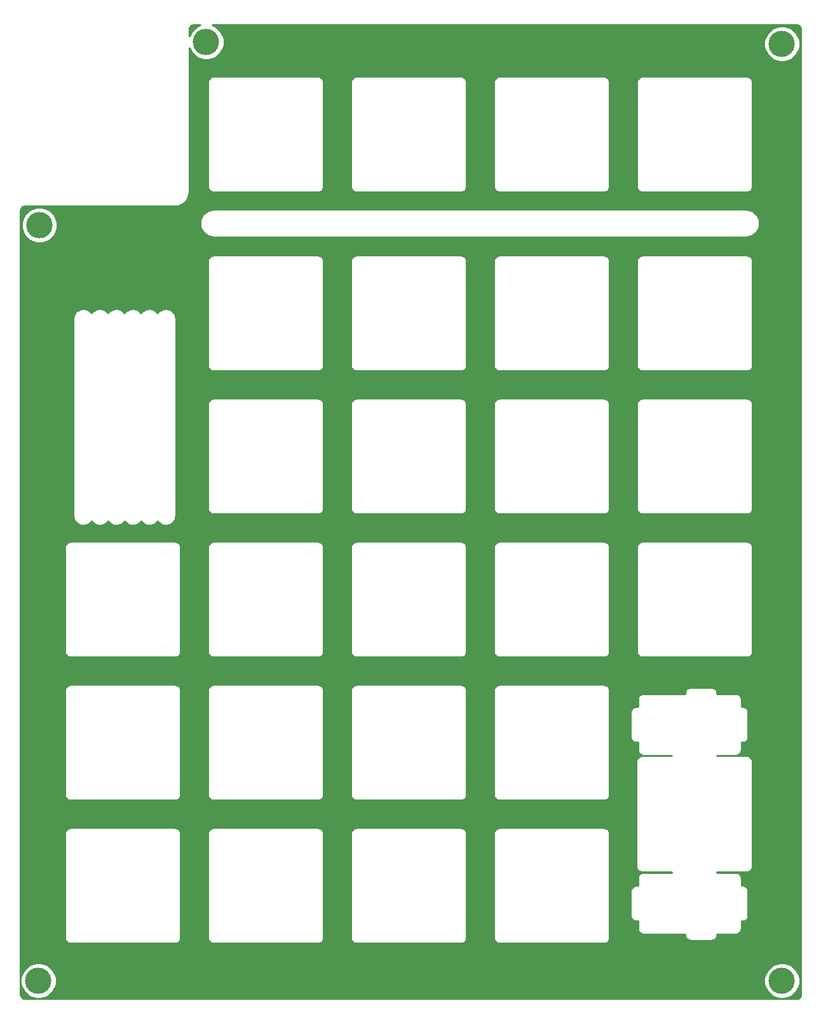
<source format=gbl>
%TF.GenerationSoftware,KiCad,Pcbnew,(5.1.7-0-10_14)*%
%TF.CreationDate,2020-12-01T22:45:17+09:00*%
%TF.ProjectId,contender_plate,636f6e74-656e-4646-9572-5f706c617465,rev?*%
%TF.SameCoordinates,Original*%
%TF.FileFunction,Copper,L2,Bot*%
%TF.FilePolarity,Positive*%
%FSLAX46Y46*%
G04 Gerber Fmt 4.6, Leading zero omitted, Abs format (unit mm)*
G04 Created by KiCad (PCBNEW (5.1.7-0-10_14)) date 2020-12-01 22:45:17*
%MOMM*%
%LPD*%
G01*
G04 APERTURE LIST*
%TA.AperFunction,ComponentPad*%
%ADD10C,3.500000*%
%TD*%
%TA.AperFunction,NonConductor*%
%ADD11C,0.254000*%
%TD*%
%TA.AperFunction,NonConductor*%
%ADD12C,0.100000*%
%TD*%
G04 APERTURE END LIST*
D10*
%TO.P,HOLE_M3,*%
%TO.N,*%
X67310000Y-34988500D03*
%TD*%
%TO.P,HOLE_M3,*%
%TO.N,*%
X144018000Y-35242500D03*
%TD*%
%TO.P,HOLE_M3,*%
%TO.N,*%
X45085000Y-59372500D03*
%TD*%
%TO.P,HOLE_M3,*%
%TO.N,*%
X144018000Y-159956500D03*
%TD*%
%TO.P,HOLE_M3,*%
%TO.N,*%
X44958000Y-159956500D03*
%TD*%
D11*
X146040869Y-32742222D02*
X146154246Y-32776453D01*
X146258819Y-32832055D01*
X146350596Y-32906907D01*
X146426091Y-32998164D01*
X146482419Y-33102344D01*
X146517440Y-33215476D01*
X146533001Y-33363531D01*
X146533000Y-161702221D01*
X146518278Y-161852369D01*
X146484047Y-161965746D01*
X146428446Y-162070317D01*
X146353594Y-162162095D01*
X146262335Y-162237591D01*
X146158160Y-162293919D01*
X146045024Y-162328940D01*
X145896979Y-162344500D01*
X43212279Y-162344500D01*
X43062131Y-162329778D01*
X42948754Y-162295547D01*
X42844183Y-162239946D01*
X42752405Y-162165094D01*
X42676909Y-162073835D01*
X42620581Y-161969660D01*
X42585560Y-161856524D01*
X42570000Y-161708479D01*
X42570000Y-159721598D01*
X42573000Y-159721598D01*
X42573000Y-160191402D01*
X42664654Y-160652179D01*
X42844440Y-161086221D01*
X43105450Y-161476849D01*
X43437651Y-161809050D01*
X43828279Y-162070060D01*
X44262321Y-162249846D01*
X44723098Y-162341500D01*
X45192902Y-162341500D01*
X45653679Y-162249846D01*
X46087721Y-162070060D01*
X46478349Y-161809050D01*
X46810550Y-161476849D01*
X47071560Y-161086221D01*
X47251346Y-160652179D01*
X47343000Y-160191402D01*
X47343000Y-159721598D01*
X141633000Y-159721598D01*
X141633000Y-160191402D01*
X141724654Y-160652179D01*
X141904440Y-161086221D01*
X142165450Y-161476849D01*
X142497651Y-161809050D01*
X142888279Y-162070060D01*
X143322321Y-162249846D01*
X143783098Y-162341500D01*
X144252902Y-162341500D01*
X144713679Y-162249846D01*
X145147721Y-162070060D01*
X145538349Y-161809050D01*
X145870550Y-161476849D01*
X146131560Y-161086221D01*
X146311346Y-160652179D01*
X146403000Y-160191402D01*
X146403000Y-159721598D01*
X146311346Y-159260821D01*
X146131560Y-158826779D01*
X145870550Y-158436151D01*
X145538349Y-158103950D01*
X145147721Y-157842940D01*
X144713679Y-157663154D01*
X144252902Y-157571500D01*
X143783098Y-157571500D01*
X143322321Y-157663154D01*
X142888279Y-157842940D01*
X142497651Y-158103950D01*
X142165450Y-158436151D01*
X141904440Y-158826779D01*
X141724654Y-159260821D01*
X141633000Y-159721598D01*
X47343000Y-159721598D01*
X47251346Y-159260821D01*
X47071560Y-158826779D01*
X46810550Y-158436151D01*
X46478349Y-158103950D01*
X46087721Y-157842940D01*
X45653679Y-157663154D01*
X45192902Y-157571500D01*
X44723098Y-157571500D01*
X44262321Y-157663154D01*
X43828279Y-157842940D01*
X43437651Y-158103950D01*
X43105450Y-158436151D01*
X42844440Y-158826779D01*
X42664654Y-159260821D01*
X42573000Y-159721598D01*
X42570000Y-159721598D01*
X42570000Y-140289500D01*
X48485638Y-140289500D01*
X48489000Y-140323635D01*
X48489001Y-154255355D01*
X48485638Y-154289500D01*
X48499057Y-154425744D01*
X48538798Y-154556752D01*
X48603333Y-154677489D01*
X48690183Y-154783317D01*
X48796011Y-154870167D01*
X48916748Y-154934702D01*
X49047756Y-154974443D01*
X49149865Y-154984500D01*
X49149866Y-154984500D01*
X49184000Y-154987862D01*
X49218135Y-154984500D01*
X63149866Y-154984500D01*
X63184000Y-154987862D01*
X63320244Y-154974443D01*
X63451252Y-154934702D01*
X63571989Y-154870167D01*
X63677817Y-154783317D01*
X63764667Y-154677489D01*
X63829202Y-154556752D01*
X63868943Y-154425744D01*
X63879000Y-154323635D01*
X63882362Y-154289500D01*
X63879000Y-154255365D01*
X63879000Y-140323635D01*
X63882362Y-140289500D01*
X67535638Y-140289500D01*
X67539000Y-140323635D01*
X67539001Y-154255355D01*
X67535638Y-154289500D01*
X67549057Y-154425744D01*
X67588798Y-154556752D01*
X67653333Y-154677489D01*
X67740183Y-154783317D01*
X67846011Y-154870167D01*
X67966748Y-154934702D01*
X68097756Y-154974443D01*
X68199865Y-154984500D01*
X68199866Y-154984500D01*
X68234000Y-154987862D01*
X68268135Y-154984500D01*
X82199866Y-154984500D01*
X82234000Y-154987862D01*
X82370244Y-154974443D01*
X82501252Y-154934702D01*
X82621989Y-154870167D01*
X82727817Y-154783317D01*
X82814667Y-154677489D01*
X82879202Y-154556752D01*
X82918943Y-154425744D01*
X82929000Y-154323635D01*
X82932362Y-154289500D01*
X82929000Y-154255365D01*
X82929000Y-140323635D01*
X82932362Y-140289500D01*
X86585638Y-140289500D01*
X86589000Y-140323635D01*
X86589001Y-154255355D01*
X86585638Y-154289500D01*
X86599057Y-154425744D01*
X86638798Y-154556752D01*
X86703333Y-154677489D01*
X86790183Y-154783317D01*
X86896011Y-154870167D01*
X87016748Y-154934702D01*
X87147756Y-154974443D01*
X87249865Y-154984500D01*
X87249866Y-154984500D01*
X87284000Y-154987862D01*
X87318135Y-154984500D01*
X101249866Y-154984500D01*
X101284000Y-154987862D01*
X101420244Y-154974443D01*
X101551252Y-154934702D01*
X101671989Y-154870167D01*
X101777817Y-154783317D01*
X101864667Y-154677489D01*
X101929202Y-154556752D01*
X101968943Y-154425744D01*
X101979000Y-154323635D01*
X101982362Y-154289500D01*
X101979000Y-154255365D01*
X101979000Y-140323635D01*
X101982362Y-140289500D01*
X105635638Y-140289500D01*
X105639000Y-140323635D01*
X105639001Y-154255355D01*
X105635638Y-154289500D01*
X105649057Y-154425744D01*
X105688798Y-154556752D01*
X105753333Y-154677489D01*
X105840183Y-154783317D01*
X105946011Y-154870167D01*
X106066748Y-154934702D01*
X106197756Y-154974443D01*
X106299865Y-154984500D01*
X106299866Y-154984500D01*
X106334000Y-154987862D01*
X106368135Y-154984500D01*
X120299866Y-154984500D01*
X120334000Y-154987862D01*
X120470244Y-154974443D01*
X120601252Y-154934702D01*
X120721989Y-154870167D01*
X120827817Y-154783317D01*
X120914667Y-154677489D01*
X120979202Y-154556752D01*
X121018943Y-154425744D01*
X121029000Y-154323635D01*
X121032362Y-154289500D01*
X121029000Y-154255365D01*
X121029000Y-140323635D01*
X121032362Y-140289500D01*
X121018943Y-140153256D01*
X120979202Y-140022248D01*
X120914667Y-139901511D01*
X120827817Y-139795683D01*
X120721989Y-139708833D01*
X120601252Y-139644298D01*
X120470244Y-139604557D01*
X120368135Y-139594500D01*
X120368134Y-139594500D01*
X120334000Y-139591138D01*
X120299865Y-139594500D01*
X106368134Y-139594500D01*
X106334000Y-139591138D01*
X106299865Y-139594500D01*
X106197756Y-139604557D01*
X106066748Y-139644298D01*
X105946011Y-139708833D01*
X105840183Y-139795683D01*
X105753333Y-139901511D01*
X105688798Y-140022248D01*
X105649057Y-140153256D01*
X105635638Y-140289500D01*
X101982362Y-140289500D01*
X101968943Y-140153256D01*
X101929202Y-140022248D01*
X101864667Y-139901511D01*
X101777817Y-139795683D01*
X101671989Y-139708833D01*
X101551252Y-139644298D01*
X101420244Y-139604557D01*
X101318135Y-139594500D01*
X101318134Y-139594500D01*
X101284000Y-139591138D01*
X101249865Y-139594500D01*
X87318134Y-139594500D01*
X87284000Y-139591138D01*
X87249865Y-139594500D01*
X87147756Y-139604557D01*
X87016748Y-139644298D01*
X86896011Y-139708833D01*
X86790183Y-139795683D01*
X86703333Y-139901511D01*
X86638798Y-140022248D01*
X86599057Y-140153256D01*
X86585638Y-140289500D01*
X82932362Y-140289500D01*
X82918943Y-140153256D01*
X82879202Y-140022248D01*
X82814667Y-139901511D01*
X82727817Y-139795683D01*
X82621989Y-139708833D01*
X82501252Y-139644298D01*
X82370244Y-139604557D01*
X82268135Y-139594500D01*
X82268134Y-139594500D01*
X82234000Y-139591138D01*
X82199865Y-139594500D01*
X68268134Y-139594500D01*
X68234000Y-139591138D01*
X68199865Y-139594500D01*
X68097756Y-139604557D01*
X67966748Y-139644298D01*
X67846011Y-139708833D01*
X67740183Y-139795683D01*
X67653333Y-139901511D01*
X67588798Y-140022248D01*
X67549057Y-140153256D01*
X67535638Y-140289500D01*
X63882362Y-140289500D01*
X63868943Y-140153256D01*
X63829202Y-140022248D01*
X63764667Y-139901511D01*
X63677817Y-139795683D01*
X63571989Y-139708833D01*
X63451252Y-139644298D01*
X63320244Y-139604557D01*
X63218135Y-139594500D01*
X63218134Y-139594500D01*
X63184000Y-139591138D01*
X63149865Y-139594500D01*
X49218134Y-139594500D01*
X49184000Y-139591138D01*
X49149865Y-139594500D01*
X49047756Y-139604557D01*
X48916748Y-139644298D01*
X48796011Y-139708833D01*
X48690183Y-139795683D01*
X48603333Y-139901511D01*
X48538798Y-140022248D01*
X48499057Y-140153256D01*
X48485638Y-140289500D01*
X42570000Y-140289500D01*
X42570000Y-121239500D01*
X48485638Y-121239500D01*
X48489000Y-121273635D01*
X48489001Y-135205355D01*
X48485638Y-135239500D01*
X48499057Y-135375744D01*
X48538798Y-135506752D01*
X48603333Y-135627489D01*
X48690183Y-135733317D01*
X48796011Y-135820167D01*
X48916748Y-135884702D01*
X49047756Y-135924443D01*
X49149865Y-135934500D01*
X49149866Y-135934500D01*
X49184000Y-135937862D01*
X49218135Y-135934500D01*
X63149866Y-135934500D01*
X63184000Y-135937862D01*
X63320244Y-135924443D01*
X63451252Y-135884702D01*
X63571989Y-135820167D01*
X63677817Y-135733317D01*
X63764667Y-135627489D01*
X63829202Y-135506752D01*
X63868943Y-135375744D01*
X63879000Y-135273635D01*
X63882362Y-135239500D01*
X63879000Y-135205365D01*
X63879000Y-121273635D01*
X63882362Y-121239500D01*
X67535638Y-121239500D01*
X67539000Y-121273635D01*
X67539001Y-135205355D01*
X67535638Y-135239500D01*
X67549057Y-135375744D01*
X67588798Y-135506752D01*
X67653333Y-135627489D01*
X67740183Y-135733317D01*
X67846011Y-135820167D01*
X67966748Y-135884702D01*
X68097756Y-135924443D01*
X68199865Y-135934500D01*
X68199866Y-135934500D01*
X68234000Y-135937862D01*
X68268135Y-135934500D01*
X82199866Y-135934500D01*
X82234000Y-135937862D01*
X82370244Y-135924443D01*
X82501252Y-135884702D01*
X82621989Y-135820167D01*
X82727817Y-135733317D01*
X82814667Y-135627489D01*
X82879202Y-135506752D01*
X82918943Y-135375744D01*
X82929000Y-135273635D01*
X82932362Y-135239500D01*
X82929000Y-135205365D01*
X82929000Y-121273635D01*
X82932362Y-121239500D01*
X86585638Y-121239500D01*
X86589000Y-121273635D01*
X86589001Y-135205355D01*
X86585638Y-135239500D01*
X86599057Y-135375744D01*
X86638798Y-135506752D01*
X86703333Y-135627489D01*
X86790183Y-135733317D01*
X86896011Y-135820167D01*
X87016748Y-135884702D01*
X87147756Y-135924443D01*
X87249865Y-135934500D01*
X87249866Y-135934500D01*
X87284000Y-135937862D01*
X87318135Y-135934500D01*
X101249866Y-135934500D01*
X101284000Y-135937862D01*
X101420244Y-135924443D01*
X101551252Y-135884702D01*
X101671989Y-135820167D01*
X101777817Y-135733317D01*
X101864667Y-135627489D01*
X101929202Y-135506752D01*
X101968943Y-135375744D01*
X101979000Y-135273635D01*
X101982362Y-135239500D01*
X101979000Y-135205365D01*
X101979000Y-121273635D01*
X101982362Y-121239500D01*
X105635638Y-121239500D01*
X105639000Y-121273635D01*
X105639001Y-135205355D01*
X105635638Y-135239500D01*
X105649057Y-135375744D01*
X105688798Y-135506752D01*
X105753333Y-135627489D01*
X105840183Y-135733317D01*
X105946011Y-135820167D01*
X106066748Y-135884702D01*
X106197756Y-135924443D01*
X106299865Y-135934500D01*
X106299866Y-135934500D01*
X106334000Y-135937862D01*
X106368135Y-135934500D01*
X120299866Y-135934500D01*
X120334000Y-135937862D01*
X120470244Y-135924443D01*
X120601252Y-135884702D01*
X120721989Y-135820167D01*
X120827817Y-135733317D01*
X120914667Y-135627489D01*
X120979202Y-135506752D01*
X121018943Y-135375744D01*
X121029000Y-135273635D01*
X121032362Y-135239500D01*
X121029000Y-135205365D01*
X121029000Y-124206000D01*
X123848444Y-124206000D01*
X123852000Y-124242104D01*
X123852001Y-127468885D01*
X123848444Y-127505000D01*
X123862635Y-127649085D01*
X123904663Y-127787633D01*
X123972913Y-127915320D01*
X124064762Y-128027238D01*
X124176680Y-128119087D01*
X124304367Y-128187337D01*
X124442915Y-128229365D01*
X124550895Y-128240000D01*
X124587000Y-128243556D01*
X124623105Y-128240000D01*
X124831600Y-128240000D01*
X124831601Y-129194185D01*
X124828044Y-129230300D01*
X124842235Y-129374385D01*
X124884263Y-129512933D01*
X124952513Y-129640620D01*
X125044362Y-129752538D01*
X125156280Y-129844387D01*
X125283967Y-129912637D01*
X125422515Y-129954665D01*
X125530495Y-129965300D01*
X125566600Y-129968856D01*
X125602705Y-129965300D01*
X129302000Y-129965300D01*
X129302001Y-130020800D01*
X125372705Y-130020800D01*
X125336600Y-130017244D01*
X125300495Y-130020800D01*
X125192515Y-130031435D01*
X125053967Y-130073463D01*
X124926280Y-130141713D01*
X124814362Y-130233562D01*
X124722513Y-130345480D01*
X124654263Y-130473167D01*
X124612235Y-130611715D01*
X124598044Y-130755800D01*
X124601600Y-130791904D01*
X124601601Y-144719185D01*
X124598044Y-144755300D01*
X124612235Y-144899385D01*
X124654263Y-145037933D01*
X124722513Y-145165620D01*
X124814362Y-145277538D01*
X124926280Y-145369387D01*
X125053967Y-145437637D01*
X125192515Y-145479665D01*
X125300495Y-145490300D01*
X125336600Y-145493856D01*
X125372705Y-145490300D01*
X129302000Y-145490300D01*
X129302001Y-145545800D01*
X125602705Y-145545800D01*
X125566600Y-145542244D01*
X125530495Y-145545800D01*
X125422515Y-145556435D01*
X125283967Y-145598463D01*
X125156280Y-145666713D01*
X125044362Y-145758562D01*
X124952513Y-145870480D01*
X124884263Y-145998167D01*
X124842235Y-146136715D01*
X124828044Y-146280800D01*
X124831600Y-146316904D01*
X124831601Y-147271050D01*
X124623105Y-147271050D01*
X124587000Y-147267494D01*
X124550895Y-147271050D01*
X124442915Y-147281685D01*
X124304367Y-147323713D01*
X124176680Y-147391963D01*
X124064762Y-147483812D01*
X123972913Y-147595730D01*
X123904663Y-147723417D01*
X123862635Y-147861965D01*
X123848444Y-148006050D01*
X123852000Y-148042154D01*
X123852001Y-151268975D01*
X123848444Y-151305090D01*
X123862635Y-151449175D01*
X123904663Y-151587723D01*
X123972913Y-151715410D01*
X124064762Y-151827328D01*
X124176680Y-151919177D01*
X124304367Y-151987427D01*
X124442915Y-152029455D01*
X124550895Y-152040090D01*
X124587000Y-152043646D01*
X124623105Y-152040090D01*
X124831600Y-152040090D01*
X124831601Y-152994265D01*
X124828044Y-153030380D01*
X124842235Y-153174465D01*
X124884263Y-153313013D01*
X124952513Y-153440700D01*
X125044362Y-153552618D01*
X125156280Y-153644467D01*
X125283967Y-153712717D01*
X125422515Y-153754745D01*
X125530495Y-153765380D01*
X125566600Y-153768936D01*
X125602705Y-153765380D01*
X131101899Y-153765380D01*
X131101899Y-153819725D01*
X131098343Y-153855830D01*
X131112534Y-153999915D01*
X131154562Y-154138463D01*
X131222812Y-154266150D01*
X131314661Y-154378068D01*
X131426579Y-154469917D01*
X131554266Y-154538167D01*
X131692814Y-154580195D01*
X131800794Y-154590830D01*
X131836899Y-154594386D01*
X131873004Y-154590830D01*
X134600795Y-154590830D01*
X134636900Y-154594386D01*
X134673005Y-154590830D01*
X134780985Y-154580195D01*
X134919533Y-154538167D01*
X135047220Y-154469917D01*
X135159138Y-154378068D01*
X135250987Y-154266150D01*
X135319237Y-154138463D01*
X135361265Y-153999915D01*
X135375456Y-153855830D01*
X135371900Y-153819725D01*
X135371900Y-153765380D01*
X137830795Y-153765380D01*
X137866900Y-153768936D01*
X137903005Y-153765380D01*
X138010985Y-153754745D01*
X138149533Y-153712717D01*
X138277220Y-153644467D01*
X138389138Y-153552618D01*
X138480987Y-153440700D01*
X138549237Y-153313013D01*
X138591265Y-153174465D01*
X138605456Y-153030380D01*
X138601900Y-152994275D01*
X138601900Y-152040090D01*
X138750195Y-152040090D01*
X138786300Y-152043646D01*
X138822405Y-152040090D01*
X138930385Y-152029455D01*
X139068933Y-151987427D01*
X139196620Y-151919177D01*
X139308538Y-151827328D01*
X139400387Y-151715410D01*
X139468637Y-151587723D01*
X139510665Y-151449175D01*
X139524856Y-151305090D01*
X139521300Y-151268985D01*
X139521300Y-148042154D01*
X139524856Y-148006050D01*
X139510665Y-147861965D01*
X139468637Y-147723417D01*
X139400387Y-147595730D01*
X139308538Y-147483812D01*
X139196620Y-147391963D01*
X139068933Y-147323713D01*
X138930385Y-147281685D01*
X138822405Y-147271050D01*
X138786300Y-147267494D01*
X138750195Y-147271050D01*
X138601900Y-147271050D01*
X138601900Y-146316904D01*
X138605456Y-146280800D01*
X138591265Y-146136715D01*
X138549237Y-145998167D01*
X138480987Y-145870480D01*
X138389138Y-145758562D01*
X138277220Y-145666713D01*
X138149533Y-145598463D01*
X138010985Y-145556435D01*
X137903005Y-145545800D01*
X137866900Y-145542244D01*
X137830795Y-145545800D01*
X135371900Y-145545800D01*
X135371900Y-145490300D01*
X139299795Y-145490300D01*
X139335900Y-145493856D01*
X139372005Y-145490300D01*
X139479985Y-145479665D01*
X139618533Y-145437637D01*
X139746220Y-145369387D01*
X139858138Y-145277538D01*
X139949987Y-145165620D01*
X140018237Y-145037933D01*
X140060265Y-144899385D01*
X140074456Y-144755300D01*
X140070900Y-144719195D01*
X140070900Y-130791904D01*
X140074456Y-130755800D01*
X140060265Y-130611715D01*
X140018237Y-130473167D01*
X139949987Y-130345480D01*
X139858138Y-130233562D01*
X139746220Y-130141713D01*
X139618533Y-130073463D01*
X139479985Y-130031435D01*
X139372005Y-130020800D01*
X139335900Y-130017244D01*
X139299795Y-130020800D01*
X135371900Y-130020800D01*
X135371900Y-129965300D01*
X137830795Y-129965300D01*
X137866900Y-129968856D01*
X137903005Y-129965300D01*
X138010985Y-129954665D01*
X138149533Y-129912637D01*
X138277220Y-129844387D01*
X138389138Y-129752538D01*
X138480987Y-129640620D01*
X138549237Y-129512933D01*
X138591265Y-129374385D01*
X138605456Y-129230300D01*
X138601900Y-129194195D01*
X138601900Y-128240000D01*
X138750195Y-128240000D01*
X138786300Y-128243556D01*
X138822405Y-128240000D01*
X138930385Y-128229365D01*
X139068933Y-128187337D01*
X139196620Y-128119087D01*
X139308538Y-128027238D01*
X139400387Y-127915320D01*
X139468637Y-127787633D01*
X139510665Y-127649085D01*
X139524856Y-127505000D01*
X139521300Y-127468895D01*
X139521300Y-124242104D01*
X139524856Y-124206000D01*
X139510665Y-124061915D01*
X139468637Y-123923367D01*
X139400387Y-123795680D01*
X139308538Y-123683762D01*
X139196620Y-123591913D01*
X139068933Y-123523663D01*
X138930385Y-123481635D01*
X138822405Y-123471000D01*
X138786300Y-123467444D01*
X138750195Y-123471000D01*
X138601900Y-123471000D01*
X138601900Y-122516704D01*
X138605456Y-122480600D01*
X138591265Y-122336515D01*
X138549237Y-122197967D01*
X138480987Y-122070280D01*
X138389138Y-121958362D01*
X138277220Y-121866513D01*
X138149533Y-121798263D01*
X138010985Y-121756235D01*
X137903005Y-121745600D01*
X137866900Y-121742044D01*
X137830795Y-121745600D01*
X135371900Y-121745600D01*
X135371900Y-121691305D01*
X135375456Y-121655200D01*
X135361265Y-121511115D01*
X135319237Y-121372567D01*
X135250987Y-121244880D01*
X135159138Y-121132962D01*
X135047220Y-121041113D01*
X134919533Y-120972863D01*
X134780985Y-120930835D01*
X134673005Y-120920200D01*
X134636900Y-120916644D01*
X134600795Y-120920200D01*
X131873004Y-120920200D01*
X131836899Y-120916644D01*
X131800794Y-120920200D01*
X131692814Y-120930835D01*
X131554266Y-120972863D01*
X131426579Y-121041113D01*
X131314661Y-121132962D01*
X131222812Y-121244880D01*
X131154562Y-121372567D01*
X131112534Y-121511115D01*
X131098343Y-121655200D01*
X131101899Y-121691305D01*
X131101899Y-121745600D01*
X125602705Y-121745600D01*
X125566600Y-121742044D01*
X125530495Y-121745600D01*
X125422515Y-121756235D01*
X125283967Y-121798263D01*
X125156280Y-121866513D01*
X125044362Y-121958362D01*
X124952513Y-122070280D01*
X124884263Y-122197967D01*
X124842235Y-122336515D01*
X124828044Y-122480600D01*
X124831600Y-122516704D01*
X124831601Y-123471000D01*
X124623105Y-123471000D01*
X124587000Y-123467444D01*
X124550895Y-123471000D01*
X124442915Y-123481635D01*
X124304367Y-123523663D01*
X124176680Y-123591913D01*
X124064762Y-123683762D01*
X123972913Y-123795680D01*
X123904663Y-123923367D01*
X123862635Y-124061915D01*
X123848444Y-124206000D01*
X121029000Y-124206000D01*
X121029000Y-121273635D01*
X121032362Y-121239500D01*
X121018943Y-121103256D01*
X120979202Y-120972248D01*
X120914667Y-120851511D01*
X120827817Y-120745683D01*
X120721989Y-120658833D01*
X120601252Y-120594298D01*
X120470244Y-120554557D01*
X120368135Y-120544500D01*
X120368134Y-120544500D01*
X120334000Y-120541138D01*
X120299865Y-120544500D01*
X106368134Y-120544500D01*
X106334000Y-120541138D01*
X106299865Y-120544500D01*
X106197756Y-120554557D01*
X106066748Y-120594298D01*
X105946011Y-120658833D01*
X105840183Y-120745683D01*
X105753333Y-120851511D01*
X105688798Y-120972248D01*
X105649057Y-121103256D01*
X105635638Y-121239500D01*
X101982362Y-121239500D01*
X101968943Y-121103256D01*
X101929202Y-120972248D01*
X101864667Y-120851511D01*
X101777817Y-120745683D01*
X101671989Y-120658833D01*
X101551252Y-120594298D01*
X101420244Y-120554557D01*
X101318135Y-120544500D01*
X101318134Y-120544500D01*
X101284000Y-120541138D01*
X101249865Y-120544500D01*
X87318134Y-120544500D01*
X87284000Y-120541138D01*
X87249865Y-120544500D01*
X87147756Y-120554557D01*
X87016748Y-120594298D01*
X86896011Y-120658833D01*
X86790183Y-120745683D01*
X86703333Y-120851511D01*
X86638798Y-120972248D01*
X86599057Y-121103256D01*
X86585638Y-121239500D01*
X82932362Y-121239500D01*
X82918943Y-121103256D01*
X82879202Y-120972248D01*
X82814667Y-120851511D01*
X82727817Y-120745683D01*
X82621989Y-120658833D01*
X82501252Y-120594298D01*
X82370244Y-120554557D01*
X82268135Y-120544500D01*
X82268134Y-120544500D01*
X82234000Y-120541138D01*
X82199865Y-120544500D01*
X68268134Y-120544500D01*
X68234000Y-120541138D01*
X68199865Y-120544500D01*
X68097756Y-120554557D01*
X67966748Y-120594298D01*
X67846011Y-120658833D01*
X67740183Y-120745683D01*
X67653333Y-120851511D01*
X67588798Y-120972248D01*
X67549057Y-121103256D01*
X67535638Y-121239500D01*
X63882362Y-121239500D01*
X63868943Y-121103256D01*
X63829202Y-120972248D01*
X63764667Y-120851511D01*
X63677817Y-120745683D01*
X63571989Y-120658833D01*
X63451252Y-120594298D01*
X63320244Y-120554557D01*
X63218135Y-120544500D01*
X63218134Y-120544500D01*
X63184000Y-120541138D01*
X63149865Y-120544500D01*
X49218134Y-120544500D01*
X49184000Y-120541138D01*
X49149865Y-120544500D01*
X49047756Y-120554557D01*
X48916748Y-120594298D01*
X48796011Y-120658833D01*
X48690183Y-120745683D01*
X48603333Y-120851511D01*
X48538798Y-120972248D01*
X48499057Y-121103256D01*
X48485638Y-121239500D01*
X42570000Y-121239500D01*
X42570000Y-102189500D01*
X48485638Y-102189500D01*
X48489000Y-102223635D01*
X48489001Y-116155355D01*
X48485638Y-116189500D01*
X48499057Y-116325744D01*
X48538798Y-116456752D01*
X48603333Y-116577489D01*
X48690183Y-116683317D01*
X48796011Y-116770167D01*
X48916748Y-116834702D01*
X49047756Y-116874443D01*
X49149865Y-116884500D01*
X49149866Y-116884500D01*
X49184000Y-116887862D01*
X49218135Y-116884500D01*
X63149866Y-116884500D01*
X63184000Y-116887862D01*
X63320244Y-116874443D01*
X63451252Y-116834702D01*
X63571989Y-116770167D01*
X63677817Y-116683317D01*
X63764667Y-116577489D01*
X63829202Y-116456752D01*
X63868943Y-116325744D01*
X63879000Y-116223635D01*
X63882362Y-116189500D01*
X63879000Y-116155365D01*
X63879000Y-102223635D01*
X63882362Y-102189500D01*
X67535638Y-102189500D01*
X67539000Y-102223635D01*
X67539001Y-116155355D01*
X67535638Y-116189500D01*
X67549057Y-116325744D01*
X67588798Y-116456752D01*
X67653333Y-116577489D01*
X67740183Y-116683317D01*
X67846011Y-116770167D01*
X67966748Y-116834702D01*
X68097756Y-116874443D01*
X68199865Y-116884500D01*
X68199866Y-116884500D01*
X68234000Y-116887862D01*
X68268135Y-116884500D01*
X82199866Y-116884500D01*
X82234000Y-116887862D01*
X82370244Y-116874443D01*
X82501252Y-116834702D01*
X82621989Y-116770167D01*
X82727817Y-116683317D01*
X82814667Y-116577489D01*
X82879202Y-116456752D01*
X82918943Y-116325744D01*
X82929000Y-116223635D01*
X82932362Y-116189500D01*
X82929000Y-116155365D01*
X82929000Y-102223635D01*
X82932362Y-102189500D01*
X86585638Y-102189500D01*
X86589000Y-102223635D01*
X86589001Y-116155355D01*
X86585638Y-116189500D01*
X86599057Y-116325744D01*
X86638798Y-116456752D01*
X86703333Y-116577489D01*
X86790183Y-116683317D01*
X86896011Y-116770167D01*
X87016748Y-116834702D01*
X87147756Y-116874443D01*
X87249865Y-116884500D01*
X87249866Y-116884500D01*
X87284000Y-116887862D01*
X87318135Y-116884500D01*
X101249866Y-116884500D01*
X101284000Y-116887862D01*
X101420244Y-116874443D01*
X101551252Y-116834702D01*
X101671989Y-116770167D01*
X101777817Y-116683317D01*
X101864667Y-116577489D01*
X101929202Y-116456752D01*
X101968943Y-116325744D01*
X101979000Y-116223635D01*
X101982362Y-116189500D01*
X101979000Y-116155365D01*
X101979000Y-102223635D01*
X101982362Y-102189500D01*
X105635638Y-102189500D01*
X105639000Y-102223635D01*
X105639001Y-116155355D01*
X105635638Y-116189500D01*
X105649057Y-116325744D01*
X105688798Y-116456752D01*
X105753333Y-116577489D01*
X105840183Y-116683317D01*
X105946011Y-116770167D01*
X106066748Y-116834702D01*
X106197756Y-116874443D01*
X106299865Y-116884500D01*
X106299866Y-116884500D01*
X106334000Y-116887862D01*
X106368135Y-116884500D01*
X120299866Y-116884500D01*
X120334000Y-116887862D01*
X120470244Y-116874443D01*
X120601252Y-116834702D01*
X120721989Y-116770167D01*
X120827817Y-116683317D01*
X120914667Y-116577489D01*
X120979202Y-116456752D01*
X121018943Y-116325744D01*
X121029000Y-116223635D01*
X121032362Y-116189500D01*
X121029000Y-116155365D01*
X121029000Y-102223635D01*
X121032362Y-102189500D01*
X124685638Y-102189500D01*
X124689000Y-102223635D01*
X124689001Y-116155355D01*
X124685638Y-116189500D01*
X124699057Y-116325744D01*
X124738798Y-116456752D01*
X124803333Y-116577489D01*
X124890183Y-116683317D01*
X124996011Y-116770167D01*
X125116748Y-116834702D01*
X125247756Y-116874443D01*
X125349865Y-116884500D01*
X125349866Y-116884500D01*
X125384000Y-116887862D01*
X125418135Y-116884500D01*
X139349866Y-116884500D01*
X139384000Y-116887862D01*
X139520244Y-116874443D01*
X139651252Y-116834702D01*
X139771989Y-116770167D01*
X139877817Y-116683317D01*
X139964667Y-116577489D01*
X140029202Y-116456752D01*
X140068943Y-116325744D01*
X140079000Y-116223635D01*
X140082362Y-116189500D01*
X140079000Y-116155365D01*
X140079000Y-102223635D01*
X140082362Y-102189500D01*
X140068943Y-102053256D01*
X140029202Y-101922248D01*
X139964667Y-101801511D01*
X139877817Y-101695683D01*
X139771989Y-101608833D01*
X139651252Y-101544298D01*
X139520244Y-101504557D01*
X139418135Y-101494500D01*
X139418134Y-101494500D01*
X139384000Y-101491138D01*
X139349865Y-101494500D01*
X125418134Y-101494500D01*
X125384000Y-101491138D01*
X125349865Y-101494500D01*
X125247756Y-101504557D01*
X125116748Y-101544298D01*
X124996011Y-101608833D01*
X124890183Y-101695683D01*
X124803333Y-101801511D01*
X124738798Y-101922248D01*
X124699057Y-102053256D01*
X124685638Y-102189500D01*
X121032362Y-102189500D01*
X121018943Y-102053256D01*
X120979202Y-101922248D01*
X120914667Y-101801511D01*
X120827817Y-101695683D01*
X120721989Y-101608833D01*
X120601252Y-101544298D01*
X120470244Y-101504557D01*
X120368135Y-101494500D01*
X120368134Y-101494500D01*
X120334000Y-101491138D01*
X120299865Y-101494500D01*
X106368134Y-101494500D01*
X106334000Y-101491138D01*
X106299865Y-101494500D01*
X106197756Y-101504557D01*
X106066748Y-101544298D01*
X105946011Y-101608833D01*
X105840183Y-101695683D01*
X105753333Y-101801511D01*
X105688798Y-101922248D01*
X105649057Y-102053256D01*
X105635638Y-102189500D01*
X101982362Y-102189500D01*
X101968943Y-102053256D01*
X101929202Y-101922248D01*
X101864667Y-101801511D01*
X101777817Y-101695683D01*
X101671989Y-101608833D01*
X101551252Y-101544298D01*
X101420244Y-101504557D01*
X101318135Y-101494500D01*
X101318134Y-101494500D01*
X101284000Y-101491138D01*
X101249865Y-101494500D01*
X87318134Y-101494500D01*
X87284000Y-101491138D01*
X87249865Y-101494500D01*
X87147756Y-101504557D01*
X87016748Y-101544298D01*
X86896011Y-101608833D01*
X86790183Y-101695683D01*
X86703333Y-101801511D01*
X86638798Y-101922248D01*
X86599057Y-102053256D01*
X86585638Y-102189500D01*
X82932362Y-102189500D01*
X82918943Y-102053256D01*
X82879202Y-101922248D01*
X82814667Y-101801511D01*
X82727817Y-101695683D01*
X82621989Y-101608833D01*
X82501252Y-101544298D01*
X82370244Y-101504557D01*
X82268135Y-101494500D01*
X82268134Y-101494500D01*
X82234000Y-101491138D01*
X82199865Y-101494500D01*
X68268134Y-101494500D01*
X68234000Y-101491138D01*
X68199865Y-101494500D01*
X68097756Y-101504557D01*
X67966748Y-101544298D01*
X67846011Y-101608833D01*
X67740183Y-101695683D01*
X67653333Y-101801511D01*
X67588798Y-101922248D01*
X67549057Y-102053256D01*
X67535638Y-102189500D01*
X63882362Y-102189500D01*
X63868943Y-102053256D01*
X63829202Y-101922248D01*
X63764667Y-101801511D01*
X63677817Y-101695683D01*
X63571989Y-101608833D01*
X63451252Y-101544298D01*
X63320244Y-101504557D01*
X63218135Y-101494500D01*
X63218134Y-101494500D01*
X63184000Y-101491138D01*
X63149865Y-101494500D01*
X49218134Y-101494500D01*
X49184000Y-101491138D01*
X49149865Y-101494500D01*
X49047756Y-101504557D01*
X48916748Y-101544298D01*
X48796011Y-101608833D01*
X48690183Y-101695683D01*
X48603333Y-101801511D01*
X48538798Y-101922248D01*
X48499057Y-102053256D01*
X48485638Y-102189500D01*
X42570000Y-102189500D01*
X42570000Y-98078134D01*
X49597000Y-98078134D01*
X49600379Y-98112441D01*
X49600379Y-98120684D01*
X49601393Y-98130335D01*
X49615207Y-98253492D01*
X49628308Y-98315127D01*
X49640540Y-98376902D01*
X49643409Y-98386172D01*
X49680882Y-98504301D01*
X49705707Y-98562222D01*
X49729701Y-98620436D01*
X49734314Y-98628968D01*
X49734316Y-98628973D01*
X49734319Y-98628977D01*
X49794020Y-98737573D01*
X49829596Y-98789531D01*
X49864467Y-98842015D01*
X49870647Y-98849485D01*
X49870652Y-98849492D01*
X49870658Y-98849497D01*
X49950314Y-98944428D01*
X49995272Y-98988454D01*
X50039703Y-99033196D01*
X50047223Y-99039329D01*
X50143807Y-99116984D01*
X50196501Y-99151466D01*
X50248737Y-99186700D01*
X50257305Y-99191256D01*
X50367133Y-99248673D01*
X50425548Y-99272274D01*
X50483611Y-99296681D01*
X50492891Y-99299483D01*
X50492896Y-99299485D01*
X50492901Y-99299486D01*
X50611789Y-99334476D01*
X50673653Y-99346277D01*
X50735360Y-99358944D01*
X50745018Y-99359891D01*
X50745025Y-99359892D01*
X50745029Y-99359892D01*
X50868438Y-99371124D01*
X50931399Y-99370685D01*
X50994427Y-99371124D01*
X51004085Y-99370177D01*
X51127336Y-99357222D01*
X51189047Y-99344554D01*
X51250910Y-99332753D01*
X51260200Y-99329949D01*
X51378588Y-99293302D01*
X51436672Y-99268886D01*
X51495062Y-99245295D01*
X51503621Y-99240744D01*
X51503630Y-99240740D01*
X51503637Y-99240735D01*
X51612645Y-99181795D01*
X51664864Y-99146573D01*
X51717576Y-99112079D01*
X51725096Y-99105946D01*
X51820586Y-99026950D01*
X51864965Y-98982261D01*
X51909976Y-98938182D01*
X51916162Y-98930705D01*
X51994490Y-98834666D01*
X52026998Y-98785737D01*
X52029596Y-98789531D01*
X52064467Y-98842015D01*
X52070647Y-98849485D01*
X52070652Y-98849492D01*
X52070658Y-98849497D01*
X52150314Y-98944428D01*
X52195272Y-98988454D01*
X52239703Y-99033196D01*
X52247223Y-99039329D01*
X52343807Y-99116984D01*
X52396501Y-99151466D01*
X52448737Y-99186700D01*
X52457305Y-99191256D01*
X52567133Y-99248673D01*
X52625548Y-99272274D01*
X52683611Y-99296681D01*
X52692891Y-99299483D01*
X52692896Y-99299485D01*
X52692901Y-99299486D01*
X52811789Y-99334476D01*
X52873653Y-99346277D01*
X52935360Y-99358944D01*
X52945018Y-99359891D01*
X52945025Y-99359892D01*
X52945029Y-99359892D01*
X53068438Y-99371124D01*
X53131399Y-99370685D01*
X53194427Y-99371124D01*
X53204085Y-99370177D01*
X53327336Y-99357222D01*
X53389047Y-99344554D01*
X53450910Y-99332753D01*
X53460200Y-99329949D01*
X53578588Y-99293302D01*
X53636672Y-99268886D01*
X53695062Y-99245295D01*
X53703621Y-99240744D01*
X53703630Y-99240740D01*
X53703637Y-99240735D01*
X53812645Y-99181795D01*
X53864864Y-99146573D01*
X53917576Y-99112079D01*
X53925096Y-99105946D01*
X54020586Y-99026950D01*
X54064965Y-98982261D01*
X54109976Y-98938182D01*
X54116162Y-98930705D01*
X54194490Y-98834666D01*
X54226998Y-98785737D01*
X54229596Y-98789531D01*
X54264467Y-98842015D01*
X54270647Y-98849485D01*
X54270652Y-98849492D01*
X54270658Y-98849497D01*
X54350314Y-98944428D01*
X54395272Y-98988454D01*
X54439703Y-99033196D01*
X54447223Y-99039329D01*
X54543807Y-99116984D01*
X54596501Y-99151466D01*
X54648737Y-99186700D01*
X54657305Y-99191256D01*
X54767133Y-99248673D01*
X54825548Y-99272274D01*
X54883611Y-99296681D01*
X54892891Y-99299483D01*
X54892896Y-99299485D01*
X54892901Y-99299486D01*
X55011789Y-99334476D01*
X55073653Y-99346277D01*
X55135360Y-99358944D01*
X55145018Y-99359891D01*
X55145025Y-99359892D01*
X55145029Y-99359892D01*
X55268438Y-99371124D01*
X55331399Y-99370685D01*
X55394427Y-99371124D01*
X55404085Y-99370177D01*
X55527336Y-99357222D01*
X55589047Y-99344554D01*
X55650910Y-99332753D01*
X55660200Y-99329949D01*
X55778588Y-99293302D01*
X55836672Y-99268886D01*
X55895062Y-99245295D01*
X55903621Y-99240744D01*
X55903630Y-99240740D01*
X55903637Y-99240735D01*
X56012645Y-99181795D01*
X56064864Y-99146573D01*
X56117576Y-99112079D01*
X56125096Y-99105946D01*
X56220586Y-99026950D01*
X56264965Y-98982261D01*
X56309976Y-98938182D01*
X56316162Y-98930705D01*
X56394490Y-98834666D01*
X56426998Y-98785737D01*
X56429596Y-98789531D01*
X56464467Y-98842015D01*
X56470647Y-98849485D01*
X56470652Y-98849492D01*
X56470658Y-98849497D01*
X56550314Y-98944428D01*
X56595272Y-98988454D01*
X56639703Y-99033196D01*
X56647223Y-99039329D01*
X56743807Y-99116984D01*
X56796501Y-99151466D01*
X56848737Y-99186700D01*
X56857305Y-99191256D01*
X56967133Y-99248673D01*
X57025548Y-99272274D01*
X57083611Y-99296681D01*
X57092891Y-99299483D01*
X57092896Y-99299485D01*
X57092901Y-99299486D01*
X57211789Y-99334476D01*
X57273653Y-99346277D01*
X57335360Y-99358944D01*
X57345018Y-99359891D01*
X57345025Y-99359892D01*
X57345029Y-99359892D01*
X57468438Y-99371124D01*
X57531399Y-99370685D01*
X57594427Y-99371124D01*
X57604085Y-99370177D01*
X57727336Y-99357222D01*
X57789047Y-99344554D01*
X57850910Y-99332753D01*
X57860200Y-99329949D01*
X57978588Y-99293302D01*
X58036672Y-99268886D01*
X58095062Y-99245295D01*
X58103621Y-99240744D01*
X58103630Y-99240740D01*
X58103637Y-99240735D01*
X58212645Y-99181795D01*
X58264864Y-99146573D01*
X58317576Y-99112079D01*
X58325096Y-99105946D01*
X58420586Y-99026950D01*
X58464965Y-98982261D01*
X58509976Y-98938182D01*
X58516162Y-98930705D01*
X58594490Y-98834666D01*
X58626998Y-98785737D01*
X58629596Y-98789531D01*
X58664467Y-98842015D01*
X58670647Y-98849485D01*
X58670652Y-98849492D01*
X58670658Y-98849497D01*
X58750314Y-98944428D01*
X58795272Y-98988454D01*
X58839703Y-99033196D01*
X58847223Y-99039329D01*
X58943807Y-99116984D01*
X58996501Y-99151466D01*
X59048737Y-99186700D01*
X59057305Y-99191256D01*
X59167133Y-99248673D01*
X59225548Y-99272274D01*
X59283611Y-99296681D01*
X59292891Y-99299483D01*
X59292896Y-99299485D01*
X59292901Y-99299486D01*
X59411789Y-99334476D01*
X59473653Y-99346277D01*
X59535360Y-99358944D01*
X59545018Y-99359891D01*
X59545025Y-99359892D01*
X59545029Y-99359892D01*
X59668438Y-99371124D01*
X59731399Y-99370685D01*
X59794427Y-99371124D01*
X59804085Y-99370177D01*
X59927336Y-99357222D01*
X59989047Y-99344554D01*
X60050910Y-99332753D01*
X60060200Y-99329949D01*
X60178588Y-99293302D01*
X60236672Y-99268886D01*
X60295062Y-99245295D01*
X60303621Y-99240744D01*
X60303630Y-99240740D01*
X60303637Y-99240735D01*
X60412645Y-99181795D01*
X60464864Y-99146573D01*
X60517576Y-99112079D01*
X60525096Y-99105946D01*
X60620586Y-99026950D01*
X60664965Y-98982261D01*
X60709976Y-98938182D01*
X60716162Y-98930705D01*
X60794490Y-98834666D01*
X60826998Y-98785737D01*
X60829596Y-98789531D01*
X60864467Y-98842015D01*
X60870647Y-98849485D01*
X60870652Y-98849492D01*
X60870658Y-98849497D01*
X60950314Y-98944428D01*
X60995272Y-98988454D01*
X61039703Y-99033196D01*
X61047223Y-99039329D01*
X61143807Y-99116984D01*
X61196501Y-99151466D01*
X61248737Y-99186700D01*
X61257305Y-99191256D01*
X61367133Y-99248673D01*
X61425548Y-99272274D01*
X61483611Y-99296681D01*
X61492891Y-99299483D01*
X61492896Y-99299485D01*
X61492901Y-99299486D01*
X61611789Y-99334476D01*
X61673653Y-99346277D01*
X61735360Y-99358944D01*
X61745018Y-99359891D01*
X61745025Y-99359892D01*
X61745029Y-99359892D01*
X61868438Y-99371124D01*
X61931399Y-99370685D01*
X61994427Y-99371124D01*
X62004085Y-99370177D01*
X62127336Y-99357222D01*
X62189047Y-99344554D01*
X62250910Y-99332753D01*
X62260200Y-99329949D01*
X62378588Y-99293302D01*
X62436672Y-99268886D01*
X62495062Y-99245295D01*
X62503621Y-99240744D01*
X62503630Y-99240740D01*
X62503637Y-99240735D01*
X62612645Y-99181795D01*
X62664864Y-99146573D01*
X62717576Y-99112079D01*
X62725096Y-99105946D01*
X62820586Y-99026950D01*
X62864965Y-98982261D01*
X62909976Y-98938182D01*
X62916162Y-98930705D01*
X62994490Y-98834666D01*
X63029345Y-98782205D01*
X63064937Y-98730224D01*
X63069553Y-98721688D01*
X63127735Y-98612264D01*
X63151745Y-98554012D01*
X63176554Y-98496128D01*
X63179424Y-98486858D01*
X63215244Y-98368217D01*
X63227477Y-98306437D01*
X63240576Y-98244807D01*
X63241589Y-98235165D01*
X63241590Y-98235160D01*
X63241590Y-98235156D01*
X63253683Y-98111818D01*
X63253683Y-98111813D01*
X63257000Y-98078135D01*
X63257000Y-83139500D01*
X67535638Y-83139500D01*
X67539000Y-83173635D01*
X67539001Y-97105355D01*
X67535638Y-97139500D01*
X67549057Y-97275744D01*
X67588798Y-97406752D01*
X67653333Y-97527489D01*
X67740183Y-97633317D01*
X67846011Y-97720167D01*
X67966748Y-97784702D01*
X68097756Y-97824443D01*
X68199865Y-97834500D01*
X68199866Y-97834500D01*
X68234000Y-97837862D01*
X68268135Y-97834500D01*
X82199866Y-97834500D01*
X82234000Y-97837862D01*
X82274674Y-97833856D01*
X82370244Y-97824443D01*
X82501252Y-97784702D01*
X82621989Y-97720167D01*
X82727817Y-97633317D01*
X82814667Y-97527489D01*
X82879202Y-97406752D01*
X82918943Y-97275744D01*
X82932362Y-97139500D01*
X82929000Y-97105365D01*
X82929000Y-83173635D01*
X82932362Y-83139500D01*
X86585638Y-83139500D01*
X86589000Y-83173635D01*
X86589001Y-97105355D01*
X86585638Y-97139500D01*
X86599057Y-97275744D01*
X86638798Y-97406752D01*
X86703333Y-97527489D01*
X86790183Y-97633317D01*
X86896011Y-97720167D01*
X87016748Y-97784702D01*
X87147756Y-97824443D01*
X87249865Y-97834500D01*
X87249866Y-97834500D01*
X87284000Y-97837862D01*
X87318135Y-97834500D01*
X101249866Y-97834500D01*
X101284000Y-97837862D01*
X101324674Y-97833856D01*
X101420244Y-97824443D01*
X101551252Y-97784702D01*
X101671989Y-97720167D01*
X101777817Y-97633317D01*
X101864667Y-97527489D01*
X101929202Y-97406752D01*
X101968943Y-97275744D01*
X101982362Y-97139500D01*
X101979000Y-97105365D01*
X101979000Y-83173635D01*
X101982362Y-83139500D01*
X105635638Y-83139500D01*
X105639000Y-83173635D01*
X105639001Y-97105355D01*
X105635638Y-97139500D01*
X105649057Y-97275744D01*
X105688798Y-97406752D01*
X105753333Y-97527489D01*
X105840183Y-97633317D01*
X105946011Y-97720167D01*
X106066748Y-97784702D01*
X106197756Y-97824443D01*
X106299865Y-97834500D01*
X106299866Y-97834500D01*
X106334000Y-97837862D01*
X106368135Y-97834500D01*
X120299866Y-97834500D01*
X120334000Y-97837862D01*
X120374674Y-97833856D01*
X120470244Y-97824443D01*
X120601252Y-97784702D01*
X120721989Y-97720167D01*
X120827817Y-97633317D01*
X120914667Y-97527489D01*
X120979202Y-97406752D01*
X121018943Y-97275744D01*
X121032362Y-97139500D01*
X121029000Y-97105365D01*
X121029000Y-83173635D01*
X121032362Y-83139500D01*
X124685638Y-83139500D01*
X124689000Y-83173635D01*
X124689001Y-97105355D01*
X124685638Y-97139500D01*
X124699057Y-97275744D01*
X124738798Y-97406752D01*
X124803333Y-97527489D01*
X124890183Y-97633317D01*
X124996011Y-97720167D01*
X125116748Y-97784702D01*
X125247756Y-97824443D01*
X125349865Y-97834500D01*
X125349866Y-97834500D01*
X125384000Y-97837862D01*
X125418135Y-97834500D01*
X139349866Y-97834500D01*
X139384000Y-97837862D01*
X139424674Y-97833856D01*
X139520244Y-97824443D01*
X139651252Y-97784702D01*
X139771989Y-97720167D01*
X139877817Y-97633317D01*
X139964667Y-97527489D01*
X140029202Y-97406752D01*
X140068943Y-97275744D01*
X140082362Y-97139500D01*
X140079000Y-97105365D01*
X140079000Y-83173635D01*
X140082362Y-83139500D01*
X140068943Y-83003256D01*
X140029202Y-82872248D01*
X139964667Y-82751511D01*
X139877817Y-82645683D01*
X139771989Y-82558833D01*
X139651252Y-82494298D01*
X139520244Y-82454557D01*
X139418135Y-82444500D01*
X139418134Y-82444500D01*
X139384000Y-82441138D01*
X139349865Y-82444500D01*
X125418134Y-82444500D01*
X125384000Y-82441138D01*
X125349865Y-82444500D01*
X125247756Y-82454557D01*
X125116748Y-82494298D01*
X124996011Y-82558833D01*
X124890183Y-82645683D01*
X124803333Y-82751511D01*
X124738798Y-82872248D01*
X124699057Y-83003256D01*
X124685638Y-83139500D01*
X121032362Y-83139500D01*
X121018943Y-83003256D01*
X120979202Y-82872248D01*
X120914667Y-82751511D01*
X120827817Y-82645683D01*
X120721989Y-82558833D01*
X120601252Y-82494298D01*
X120470244Y-82454557D01*
X120368135Y-82444500D01*
X120368134Y-82444500D01*
X120334000Y-82441138D01*
X120299865Y-82444500D01*
X106368134Y-82444500D01*
X106334000Y-82441138D01*
X106299865Y-82444500D01*
X106197756Y-82454557D01*
X106066748Y-82494298D01*
X105946011Y-82558833D01*
X105840183Y-82645683D01*
X105753333Y-82751511D01*
X105688798Y-82872248D01*
X105649057Y-83003256D01*
X105635638Y-83139500D01*
X101982362Y-83139500D01*
X101968943Y-83003256D01*
X101929202Y-82872248D01*
X101864667Y-82751511D01*
X101777817Y-82645683D01*
X101671989Y-82558833D01*
X101551252Y-82494298D01*
X101420244Y-82454557D01*
X101318135Y-82444500D01*
X101318134Y-82444500D01*
X101284000Y-82441138D01*
X101249865Y-82444500D01*
X87318134Y-82444500D01*
X87284000Y-82441138D01*
X87249865Y-82444500D01*
X87147756Y-82454557D01*
X87016748Y-82494298D01*
X86896011Y-82558833D01*
X86790183Y-82645683D01*
X86703333Y-82751511D01*
X86638798Y-82872248D01*
X86599057Y-83003256D01*
X86585638Y-83139500D01*
X82932362Y-83139500D01*
X82918943Y-83003256D01*
X82879202Y-82872248D01*
X82814667Y-82751511D01*
X82727817Y-82645683D01*
X82621989Y-82558833D01*
X82501252Y-82494298D01*
X82370244Y-82454557D01*
X82268135Y-82444500D01*
X82268134Y-82444500D01*
X82234000Y-82441138D01*
X82199865Y-82444500D01*
X68268134Y-82444500D01*
X68234000Y-82441138D01*
X68199865Y-82444500D01*
X68097756Y-82454557D01*
X67966748Y-82494298D01*
X67846011Y-82558833D01*
X67740183Y-82645683D01*
X67653333Y-82751511D01*
X67588798Y-82872248D01*
X67549057Y-83003256D01*
X67535638Y-83139500D01*
X63257000Y-83139500D01*
X63257000Y-71784365D01*
X63253621Y-71750058D01*
X63253621Y-71741816D01*
X63252607Y-71732165D01*
X63238793Y-71609007D01*
X63225692Y-71547371D01*
X63213460Y-71485598D01*
X63210591Y-71476327D01*
X63173118Y-71358199D01*
X63148298Y-71300290D01*
X63124299Y-71242064D01*
X63119684Y-71233527D01*
X63059980Y-71124927D01*
X63024388Y-71072946D01*
X62989533Y-71020485D01*
X62983353Y-71013015D01*
X62983348Y-71013008D01*
X62983342Y-71013003D01*
X62903686Y-70918072D01*
X62858675Y-70873994D01*
X62814297Y-70829305D01*
X62806777Y-70823171D01*
X62710194Y-70745516D01*
X62657482Y-70711022D01*
X62605263Y-70675800D01*
X62596695Y-70671244D01*
X62486867Y-70613827D01*
X62428452Y-70590226D01*
X62370389Y-70565819D01*
X62361109Y-70563017D01*
X62361104Y-70563015D01*
X62361099Y-70563014D01*
X62242211Y-70528024D01*
X62180339Y-70516222D01*
X62118639Y-70503556D01*
X62108982Y-70502609D01*
X62108975Y-70502608D01*
X62108971Y-70502608D01*
X61985562Y-70491376D01*
X61922601Y-70491815D01*
X61859573Y-70491376D01*
X61849915Y-70492323D01*
X61726664Y-70505278D01*
X61664966Y-70517943D01*
X61603090Y-70529747D01*
X61593800Y-70532551D01*
X61475412Y-70569198D01*
X61417356Y-70593602D01*
X61358938Y-70617205D01*
X61350370Y-70621761D01*
X61241355Y-70680705D01*
X61189136Y-70715927D01*
X61136424Y-70750421D01*
X61128904Y-70756554D01*
X61033414Y-70835550D01*
X60989018Y-70880256D01*
X60944024Y-70924318D01*
X60937838Y-70931795D01*
X60859510Y-71027834D01*
X60827001Y-71076763D01*
X60824388Y-71072946D01*
X60789533Y-71020485D01*
X60783353Y-71013015D01*
X60783348Y-71013008D01*
X60783342Y-71013003D01*
X60703686Y-70918072D01*
X60658675Y-70873994D01*
X60614297Y-70829305D01*
X60606777Y-70823171D01*
X60510194Y-70745516D01*
X60457482Y-70711022D01*
X60405263Y-70675800D01*
X60396695Y-70671244D01*
X60286867Y-70613827D01*
X60228452Y-70590226D01*
X60170389Y-70565819D01*
X60161109Y-70563017D01*
X60161104Y-70563015D01*
X60161099Y-70563014D01*
X60042211Y-70528024D01*
X59980339Y-70516222D01*
X59918639Y-70503556D01*
X59908982Y-70502609D01*
X59908975Y-70502608D01*
X59908971Y-70502608D01*
X59785562Y-70491376D01*
X59722601Y-70491815D01*
X59659573Y-70491376D01*
X59649915Y-70492323D01*
X59526664Y-70505278D01*
X59464966Y-70517943D01*
X59403090Y-70529747D01*
X59393800Y-70532551D01*
X59275412Y-70569198D01*
X59217356Y-70593602D01*
X59158938Y-70617205D01*
X59150370Y-70621761D01*
X59041355Y-70680705D01*
X58989136Y-70715927D01*
X58936424Y-70750421D01*
X58928904Y-70756554D01*
X58833414Y-70835550D01*
X58789018Y-70880256D01*
X58744024Y-70924318D01*
X58737838Y-70931795D01*
X58659510Y-71027834D01*
X58627001Y-71076763D01*
X58624388Y-71072946D01*
X58589533Y-71020485D01*
X58583353Y-71013015D01*
X58583348Y-71013008D01*
X58583342Y-71013003D01*
X58503686Y-70918072D01*
X58458675Y-70873994D01*
X58414297Y-70829305D01*
X58406777Y-70823171D01*
X58310194Y-70745516D01*
X58257482Y-70711022D01*
X58205263Y-70675800D01*
X58196695Y-70671244D01*
X58086867Y-70613827D01*
X58028452Y-70590226D01*
X57970389Y-70565819D01*
X57961109Y-70563017D01*
X57961104Y-70563015D01*
X57961099Y-70563014D01*
X57842211Y-70528024D01*
X57780339Y-70516222D01*
X57718639Y-70503556D01*
X57708982Y-70502609D01*
X57708975Y-70502608D01*
X57708971Y-70502608D01*
X57585562Y-70491376D01*
X57522601Y-70491815D01*
X57459573Y-70491376D01*
X57449915Y-70492323D01*
X57326664Y-70505278D01*
X57264966Y-70517943D01*
X57203090Y-70529747D01*
X57193800Y-70532551D01*
X57075412Y-70569198D01*
X57017356Y-70593602D01*
X56958938Y-70617205D01*
X56950370Y-70621761D01*
X56841355Y-70680705D01*
X56789136Y-70715927D01*
X56736424Y-70750421D01*
X56728904Y-70756554D01*
X56633414Y-70835550D01*
X56589018Y-70880256D01*
X56544024Y-70924318D01*
X56537838Y-70931795D01*
X56459510Y-71027834D01*
X56427001Y-71076763D01*
X56424388Y-71072946D01*
X56389533Y-71020485D01*
X56383353Y-71013015D01*
X56383348Y-71013008D01*
X56383342Y-71013003D01*
X56303686Y-70918072D01*
X56258675Y-70873994D01*
X56214297Y-70829305D01*
X56206777Y-70823171D01*
X56110194Y-70745516D01*
X56057482Y-70711022D01*
X56005263Y-70675800D01*
X55996695Y-70671244D01*
X55886867Y-70613827D01*
X55828452Y-70590226D01*
X55770389Y-70565819D01*
X55761109Y-70563017D01*
X55761104Y-70563015D01*
X55761099Y-70563014D01*
X55642211Y-70528024D01*
X55580339Y-70516222D01*
X55518639Y-70503556D01*
X55508982Y-70502609D01*
X55508975Y-70502608D01*
X55508971Y-70502608D01*
X55385562Y-70491376D01*
X55322601Y-70491815D01*
X55259573Y-70491376D01*
X55249915Y-70492323D01*
X55126664Y-70505278D01*
X55064966Y-70517943D01*
X55003090Y-70529747D01*
X54993800Y-70532551D01*
X54875412Y-70569198D01*
X54817356Y-70593602D01*
X54758938Y-70617205D01*
X54750370Y-70621761D01*
X54641355Y-70680705D01*
X54589136Y-70715927D01*
X54536424Y-70750421D01*
X54528904Y-70756554D01*
X54433414Y-70835550D01*
X54389018Y-70880256D01*
X54344024Y-70924318D01*
X54337838Y-70931795D01*
X54259510Y-71027834D01*
X54227001Y-71076763D01*
X54224388Y-71072946D01*
X54189533Y-71020485D01*
X54183353Y-71013015D01*
X54183348Y-71013008D01*
X54183342Y-71013003D01*
X54103686Y-70918072D01*
X54058675Y-70873994D01*
X54014297Y-70829305D01*
X54006777Y-70823171D01*
X53910194Y-70745516D01*
X53857482Y-70711022D01*
X53805263Y-70675800D01*
X53796695Y-70671244D01*
X53686867Y-70613827D01*
X53628452Y-70590226D01*
X53570389Y-70565819D01*
X53561109Y-70563017D01*
X53561104Y-70563015D01*
X53561099Y-70563014D01*
X53442211Y-70528024D01*
X53380339Y-70516222D01*
X53318639Y-70503556D01*
X53308982Y-70502609D01*
X53308975Y-70502608D01*
X53308971Y-70502608D01*
X53185562Y-70491376D01*
X53122601Y-70491815D01*
X53059573Y-70491376D01*
X53049915Y-70492323D01*
X52926664Y-70505278D01*
X52864966Y-70517943D01*
X52803090Y-70529747D01*
X52793800Y-70532551D01*
X52675412Y-70569198D01*
X52617356Y-70593602D01*
X52558938Y-70617205D01*
X52550370Y-70621761D01*
X52441355Y-70680705D01*
X52389136Y-70715927D01*
X52336424Y-70750421D01*
X52328904Y-70756554D01*
X52233414Y-70835550D01*
X52189018Y-70880256D01*
X52144024Y-70924318D01*
X52137838Y-70931795D01*
X52059510Y-71027834D01*
X52027001Y-71076763D01*
X52024388Y-71072946D01*
X51989533Y-71020485D01*
X51983353Y-71013015D01*
X51983348Y-71013008D01*
X51983342Y-71013003D01*
X51903686Y-70918072D01*
X51858675Y-70873994D01*
X51814297Y-70829305D01*
X51806777Y-70823171D01*
X51710194Y-70745516D01*
X51657482Y-70711022D01*
X51605263Y-70675800D01*
X51596695Y-70671244D01*
X51486867Y-70613827D01*
X51428452Y-70590226D01*
X51370389Y-70565819D01*
X51361109Y-70563017D01*
X51361104Y-70563015D01*
X51361099Y-70563014D01*
X51242211Y-70528024D01*
X51180339Y-70516222D01*
X51118639Y-70503556D01*
X51108982Y-70502609D01*
X51108975Y-70502608D01*
X51108971Y-70502608D01*
X50985562Y-70491376D01*
X50922601Y-70491815D01*
X50859573Y-70491376D01*
X50849915Y-70492323D01*
X50726664Y-70505278D01*
X50664966Y-70517943D01*
X50603090Y-70529747D01*
X50593800Y-70532551D01*
X50475412Y-70569198D01*
X50417356Y-70593602D01*
X50358938Y-70617205D01*
X50350370Y-70621761D01*
X50241355Y-70680705D01*
X50189136Y-70715927D01*
X50136424Y-70750421D01*
X50128904Y-70756554D01*
X50033414Y-70835550D01*
X49989018Y-70880256D01*
X49944024Y-70924318D01*
X49937838Y-70931795D01*
X49859510Y-71027834D01*
X49824644Y-71080311D01*
X49789063Y-71132276D01*
X49784453Y-71140802D01*
X49784447Y-71140811D01*
X49784443Y-71140820D01*
X49726265Y-71250236D01*
X49702260Y-71308476D01*
X49677446Y-71366372D01*
X49674576Y-71375642D01*
X49638756Y-71494283D01*
X49626532Y-71556020D01*
X49613424Y-71617693D01*
X49612411Y-71627335D01*
X49612411Y-71627338D01*
X49612410Y-71627344D01*
X49600317Y-71750683D01*
X49600317Y-71750698D01*
X49597001Y-71784365D01*
X49597000Y-98078134D01*
X42570000Y-98078134D01*
X42570000Y-64089500D01*
X67535638Y-64089500D01*
X67539000Y-64123635D01*
X67539001Y-78055355D01*
X67535638Y-78089500D01*
X67549057Y-78225744D01*
X67588798Y-78356752D01*
X67653333Y-78477489D01*
X67740183Y-78583317D01*
X67846011Y-78670167D01*
X67966748Y-78734702D01*
X68097756Y-78774443D01*
X68199865Y-78784500D01*
X68199866Y-78784500D01*
X68234000Y-78787862D01*
X68268135Y-78784500D01*
X82199866Y-78784500D01*
X82234000Y-78787862D01*
X82370244Y-78774443D01*
X82501252Y-78734702D01*
X82621989Y-78670167D01*
X82727817Y-78583317D01*
X82814667Y-78477489D01*
X82879202Y-78356752D01*
X82918943Y-78225744D01*
X82929000Y-78123635D01*
X82932362Y-78089500D01*
X82929000Y-78055365D01*
X82929000Y-64123635D01*
X82932362Y-64089500D01*
X86585638Y-64089500D01*
X86589000Y-64123635D01*
X86589001Y-78055355D01*
X86585638Y-78089500D01*
X86599057Y-78225744D01*
X86638798Y-78356752D01*
X86703333Y-78477489D01*
X86790183Y-78583317D01*
X86896011Y-78670167D01*
X87016748Y-78734702D01*
X87147756Y-78774443D01*
X87249865Y-78784500D01*
X87249866Y-78784500D01*
X87284000Y-78787862D01*
X87318135Y-78784500D01*
X101249866Y-78784500D01*
X101284000Y-78787862D01*
X101420244Y-78774443D01*
X101551252Y-78734702D01*
X101671989Y-78670167D01*
X101777817Y-78583317D01*
X101864667Y-78477489D01*
X101929202Y-78356752D01*
X101968943Y-78225744D01*
X101979000Y-78123635D01*
X101982362Y-78089500D01*
X101979000Y-78055365D01*
X101979000Y-64123635D01*
X101982362Y-64089500D01*
X105635638Y-64089500D01*
X105639000Y-64123635D01*
X105639001Y-78055355D01*
X105635638Y-78089500D01*
X105649057Y-78225744D01*
X105688798Y-78356752D01*
X105753333Y-78477489D01*
X105840183Y-78583317D01*
X105946011Y-78670167D01*
X106066748Y-78734702D01*
X106197756Y-78774443D01*
X106299865Y-78784500D01*
X106299866Y-78784500D01*
X106334000Y-78787862D01*
X106368135Y-78784500D01*
X120299866Y-78784500D01*
X120334000Y-78787862D01*
X120470244Y-78774443D01*
X120601252Y-78734702D01*
X120721989Y-78670167D01*
X120827817Y-78583317D01*
X120914667Y-78477489D01*
X120979202Y-78356752D01*
X121018943Y-78225744D01*
X121029000Y-78123635D01*
X121032362Y-78089500D01*
X121029000Y-78055365D01*
X121029000Y-64123635D01*
X121032362Y-64089500D01*
X124685638Y-64089500D01*
X124689000Y-64123635D01*
X124689001Y-78055355D01*
X124685638Y-78089500D01*
X124699057Y-78225744D01*
X124738798Y-78356752D01*
X124803333Y-78477489D01*
X124890183Y-78583317D01*
X124996011Y-78670167D01*
X125116748Y-78734702D01*
X125247756Y-78774443D01*
X125349865Y-78784500D01*
X125349866Y-78784500D01*
X125384000Y-78787862D01*
X125418135Y-78784500D01*
X139349866Y-78784500D01*
X139384000Y-78787862D01*
X139520244Y-78774443D01*
X139651252Y-78734702D01*
X139771989Y-78670167D01*
X139877817Y-78583317D01*
X139964667Y-78477489D01*
X140029202Y-78356752D01*
X140068943Y-78225744D01*
X140079000Y-78123635D01*
X140082362Y-78089500D01*
X140079000Y-78055365D01*
X140079000Y-64123635D01*
X140082362Y-64089500D01*
X140068943Y-63953256D01*
X140029202Y-63822248D01*
X139964667Y-63701511D01*
X139877817Y-63595683D01*
X139771989Y-63508833D01*
X139651252Y-63444298D01*
X139520244Y-63404557D01*
X139418135Y-63394500D01*
X139418134Y-63394500D01*
X139384000Y-63391138D01*
X139349865Y-63394500D01*
X125418134Y-63394500D01*
X125384000Y-63391138D01*
X125349865Y-63394500D01*
X125247756Y-63404557D01*
X125116748Y-63444298D01*
X124996011Y-63508833D01*
X124890183Y-63595683D01*
X124803333Y-63701511D01*
X124738798Y-63822248D01*
X124699057Y-63953256D01*
X124685638Y-64089500D01*
X121032362Y-64089500D01*
X121018943Y-63953256D01*
X120979202Y-63822248D01*
X120914667Y-63701511D01*
X120827817Y-63595683D01*
X120721989Y-63508833D01*
X120601252Y-63444298D01*
X120470244Y-63404557D01*
X120368135Y-63394500D01*
X120368134Y-63394500D01*
X120334000Y-63391138D01*
X120299865Y-63394500D01*
X106368134Y-63394500D01*
X106334000Y-63391138D01*
X106299865Y-63394500D01*
X106197756Y-63404557D01*
X106066748Y-63444298D01*
X105946011Y-63508833D01*
X105840183Y-63595683D01*
X105753333Y-63701511D01*
X105688798Y-63822248D01*
X105649057Y-63953256D01*
X105635638Y-64089500D01*
X101982362Y-64089500D01*
X101968943Y-63953256D01*
X101929202Y-63822248D01*
X101864667Y-63701511D01*
X101777817Y-63595683D01*
X101671989Y-63508833D01*
X101551252Y-63444298D01*
X101420244Y-63404557D01*
X101318135Y-63394500D01*
X101318134Y-63394500D01*
X101284000Y-63391138D01*
X101249865Y-63394500D01*
X87318134Y-63394500D01*
X87284000Y-63391138D01*
X87249865Y-63394500D01*
X87147756Y-63404557D01*
X87016748Y-63444298D01*
X86896011Y-63508833D01*
X86790183Y-63595683D01*
X86703333Y-63701511D01*
X86638798Y-63822248D01*
X86599057Y-63953256D01*
X86585638Y-64089500D01*
X82932362Y-64089500D01*
X82918943Y-63953256D01*
X82879202Y-63822248D01*
X82814667Y-63701511D01*
X82727817Y-63595683D01*
X82621989Y-63508833D01*
X82501252Y-63444298D01*
X82370244Y-63404557D01*
X82268135Y-63394500D01*
X82268134Y-63394500D01*
X82234000Y-63391138D01*
X82199865Y-63394500D01*
X68268134Y-63394500D01*
X68234000Y-63391138D01*
X68199865Y-63394500D01*
X68097756Y-63404557D01*
X67966748Y-63444298D01*
X67846011Y-63508833D01*
X67740183Y-63595683D01*
X67653333Y-63701511D01*
X67588798Y-63822248D01*
X67549057Y-63953256D01*
X67535638Y-64089500D01*
X42570000Y-64089500D01*
X42570000Y-59137598D01*
X42700000Y-59137598D01*
X42700000Y-59607402D01*
X42791654Y-60068179D01*
X42971440Y-60502221D01*
X43232450Y-60892849D01*
X43564651Y-61225050D01*
X43955279Y-61486060D01*
X44389321Y-61665846D01*
X44850098Y-61757500D01*
X45319902Y-61757500D01*
X45780679Y-61665846D01*
X46214721Y-61486060D01*
X46605349Y-61225050D01*
X46937550Y-60892849D01*
X47198560Y-60502221D01*
X47378346Y-60068179D01*
X47470000Y-59607402D01*
X47470000Y-59137598D01*
X47455260Y-59063490D01*
X66490888Y-59063490D01*
X66491328Y-59126479D01*
X66490888Y-59189468D01*
X66491835Y-59199125D01*
X66515152Y-59420978D01*
X66527820Y-59482692D01*
X66539622Y-59544559D01*
X66542427Y-59553850D01*
X66608392Y-59766947D01*
X66632803Y-59825020D01*
X66656399Y-59883421D01*
X66660955Y-59891990D01*
X66767055Y-60088217D01*
X66802287Y-60140451D01*
X66836770Y-60193146D01*
X66842901Y-60200664D01*
X66842904Y-60200668D01*
X66842908Y-60200672D01*
X66985096Y-60372549D01*
X67029821Y-60416963D01*
X67073864Y-60461938D01*
X67081341Y-60468124D01*
X67254211Y-60609114D01*
X67306682Y-60643976D01*
X67358656Y-60679563D01*
X67367179Y-60684171D01*
X67367188Y-60684177D01*
X67367197Y-60684181D01*
X67564156Y-60788905D01*
X67622364Y-60812897D01*
X67680288Y-60837723D01*
X67689558Y-60840593D01*
X67903111Y-60905069D01*
X67964908Y-60917305D01*
X68026520Y-60930401D01*
X68036165Y-60931414D01*
X68036168Y-60931415D01*
X68036171Y-60931415D01*
X68258181Y-60953183D01*
X68258188Y-60953183D01*
X68291866Y-60956500D01*
X139226135Y-60956498D01*
X139260928Y-60953071D01*
X139275779Y-60953071D01*
X139285430Y-60952057D01*
X139507114Y-60927191D01*
X139568742Y-60914092D01*
X139630519Y-60901859D01*
X139639790Y-60898990D01*
X139852423Y-60831539D01*
X139910340Y-60806716D01*
X139968559Y-60782719D01*
X139977096Y-60778104D01*
X140172577Y-60670637D01*
X140224545Y-60635054D01*
X140277018Y-60600190D01*
X140284490Y-60594008D01*
X140284496Y-60594004D01*
X140284501Y-60593999D01*
X140455380Y-60450614D01*
X140499423Y-60405639D01*
X140544147Y-60361226D01*
X140550280Y-60353706D01*
X140550283Y-60353703D01*
X140550286Y-60353699D01*
X140690061Y-60179855D01*
X140724584Y-60127100D01*
X140759778Y-60074921D01*
X140764335Y-60066353D01*
X140867684Y-59868662D01*
X140891286Y-59810244D01*
X140915689Y-59752191D01*
X140918494Y-59742901D01*
X140981477Y-59528903D01*
X140993280Y-59467033D01*
X141005946Y-59405324D01*
X141006894Y-59395666D01*
X141027112Y-59173509D01*
X141026672Y-59110520D01*
X141027112Y-59047532D01*
X141026165Y-59037874D01*
X141002848Y-58816022D01*
X140990174Y-58754276D01*
X140978378Y-58692439D01*
X140975573Y-58683149D01*
X140909608Y-58470051D01*
X140885203Y-58411994D01*
X140861601Y-58353578D01*
X140857045Y-58345009D01*
X140750945Y-58148782D01*
X140715713Y-58096548D01*
X140681230Y-58043853D01*
X140675097Y-58036333D01*
X140675096Y-58036331D01*
X140675092Y-58036327D01*
X140532904Y-57864451D01*
X140488214Y-57820071D01*
X140444135Y-57775060D01*
X140436658Y-57768874D01*
X140263789Y-57627885D01*
X140211317Y-57593023D01*
X140159344Y-57557436D01*
X140150816Y-57552825D01*
X140150811Y-57552822D01*
X140150806Y-57552820D01*
X139953844Y-57448094D01*
X139895647Y-57424107D01*
X139837712Y-57399276D01*
X139828442Y-57396406D01*
X139614889Y-57331930D01*
X139553063Y-57319688D01*
X139491481Y-57306599D01*
X139481834Y-57305584D01*
X139481830Y-57305584D01*
X139259819Y-57283816D01*
X139259812Y-57283816D01*
X139226134Y-57280499D01*
X68291865Y-57280501D01*
X68257072Y-57283928D01*
X68242220Y-57283928D01*
X68232569Y-57284942D01*
X68010886Y-57309808D01*
X67949252Y-57322909D01*
X67887481Y-57335140D01*
X67878212Y-57338008D01*
X67878206Y-57338010D01*
X67665577Y-57405460D01*
X67607660Y-57430283D01*
X67549441Y-57454280D01*
X67540904Y-57458895D01*
X67345423Y-57566362D01*
X67293471Y-57601935D01*
X67240982Y-57636809D01*
X67233505Y-57642995D01*
X67062620Y-57786385D01*
X67018561Y-57831376D01*
X66973853Y-57875773D01*
X66967720Y-57883293D01*
X66967717Y-57883296D01*
X66967714Y-57883300D01*
X66827940Y-58057143D01*
X66793433Y-58109875D01*
X66758222Y-58162078D01*
X66753673Y-58170633D01*
X66753667Y-58170642D01*
X66753663Y-58170651D01*
X66650316Y-58368336D01*
X66626708Y-58426768D01*
X66602311Y-58484808D01*
X66599506Y-58494098D01*
X66536523Y-58708096D01*
X66524720Y-58769966D01*
X66512054Y-58831675D01*
X66511106Y-58841333D01*
X66490888Y-59063490D01*
X47455260Y-59063490D01*
X47378346Y-58676821D01*
X47198560Y-58242779D01*
X46937550Y-57852151D01*
X46605349Y-57519950D01*
X46214721Y-57258940D01*
X45780679Y-57079154D01*
X45319902Y-56987500D01*
X44850098Y-56987500D01*
X44389321Y-57079154D01*
X43955279Y-57258940D01*
X43564651Y-57519950D01*
X43232450Y-57852151D01*
X42971440Y-58242779D01*
X42791654Y-58676821D01*
X42700000Y-59137598D01*
X42570000Y-59137598D01*
X42570000Y-57499779D01*
X42584722Y-57349631D01*
X42618953Y-57236254D01*
X42674555Y-57131681D01*
X42749407Y-57039904D01*
X42840664Y-56964409D01*
X42944844Y-56908081D01*
X43057976Y-56873060D01*
X43206022Y-56857500D01*
X63151419Y-56857500D01*
X63179865Y-56854698D01*
X63187682Y-56854753D01*
X63196853Y-56853854D01*
X63443357Y-56827946D01*
X63501986Y-56815911D01*
X63560716Y-56804708D01*
X63569532Y-56802046D01*
X63569536Y-56802045D01*
X63569539Y-56802044D01*
X63806314Y-56728749D01*
X63861457Y-56705569D01*
X63916920Y-56683161D01*
X63925054Y-56678835D01*
X63925059Y-56678833D01*
X63925064Y-56678830D01*
X64143086Y-56560947D01*
X64192654Y-56527512D01*
X64242735Y-56494741D01*
X64249876Y-56488916D01*
X64440856Y-56330923D01*
X64482995Y-56288488D01*
X64525745Y-56246625D01*
X64531618Y-56239524D01*
X64688273Y-56047447D01*
X64721374Y-55997625D01*
X64755173Y-55948263D01*
X64759556Y-55940157D01*
X64875919Y-55721309D01*
X64898707Y-55666021D01*
X64922279Y-55611025D01*
X64925003Y-55602222D01*
X64996643Y-55364941D01*
X65008264Y-55306254D01*
X65020700Y-55247748D01*
X65021663Y-55238583D01*
X65045850Y-54991905D01*
X65045850Y-54991902D01*
X65049000Y-54959919D01*
X65049000Y-40279500D01*
X67535638Y-40279500D01*
X67539000Y-40313635D01*
X67539001Y-54245355D01*
X67535638Y-54279500D01*
X67549057Y-54415744D01*
X67588798Y-54546752D01*
X67653333Y-54667489D01*
X67740183Y-54773317D01*
X67846011Y-54860167D01*
X67966748Y-54924702D01*
X68097756Y-54964443D01*
X68199865Y-54974500D01*
X68199866Y-54974500D01*
X68234000Y-54977862D01*
X68268135Y-54974500D01*
X82199866Y-54974500D01*
X82234000Y-54977862D01*
X82370244Y-54964443D01*
X82501252Y-54924702D01*
X82621989Y-54860167D01*
X82727817Y-54773317D01*
X82814667Y-54667489D01*
X82879202Y-54546752D01*
X82918943Y-54415744D01*
X82929000Y-54313635D01*
X82932362Y-54279500D01*
X82929000Y-54245365D01*
X82929000Y-40313635D01*
X82932362Y-40279500D01*
X86585638Y-40279500D01*
X86589000Y-40313635D01*
X86589001Y-54245355D01*
X86585638Y-54279500D01*
X86599057Y-54415744D01*
X86638798Y-54546752D01*
X86703333Y-54667489D01*
X86790183Y-54773317D01*
X86896011Y-54860167D01*
X87016748Y-54924702D01*
X87147756Y-54964443D01*
X87249865Y-54974500D01*
X87249866Y-54974500D01*
X87284000Y-54977862D01*
X87318135Y-54974500D01*
X101249866Y-54974500D01*
X101284000Y-54977862D01*
X101420244Y-54964443D01*
X101551252Y-54924702D01*
X101671989Y-54860167D01*
X101777817Y-54773317D01*
X101864667Y-54667489D01*
X101929202Y-54546752D01*
X101968943Y-54415744D01*
X101979000Y-54313635D01*
X101982362Y-54279500D01*
X101979000Y-54245365D01*
X101979000Y-40313635D01*
X101982362Y-40279500D01*
X105635638Y-40279500D01*
X105639000Y-40313635D01*
X105639001Y-54245355D01*
X105635638Y-54279500D01*
X105649057Y-54415744D01*
X105688798Y-54546752D01*
X105753333Y-54667489D01*
X105840183Y-54773317D01*
X105946011Y-54860167D01*
X106066748Y-54924702D01*
X106197756Y-54964443D01*
X106299865Y-54974500D01*
X106299866Y-54974500D01*
X106334000Y-54977862D01*
X106368135Y-54974500D01*
X120299866Y-54974500D01*
X120334000Y-54977862D01*
X120470244Y-54964443D01*
X120601252Y-54924702D01*
X120721989Y-54860167D01*
X120827817Y-54773317D01*
X120914667Y-54667489D01*
X120979202Y-54546752D01*
X121018943Y-54415744D01*
X121029000Y-54313635D01*
X121032362Y-54279500D01*
X121029000Y-54245365D01*
X121029000Y-40313635D01*
X121032362Y-40279500D01*
X124685638Y-40279500D01*
X124689000Y-40313635D01*
X124689001Y-54245355D01*
X124685638Y-54279500D01*
X124699057Y-54415744D01*
X124738798Y-54546752D01*
X124803333Y-54667489D01*
X124890183Y-54773317D01*
X124996011Y-54860167D01*
X125116748Y-54924702D01*
X125247756Y-54964443D01*
X125349865Y-54974500D01*
X125349866Y-54974500D01*
X125384000Y-54977862D01*
X125418135Y-54974500D01*
X139349866Y-54974500D01*
X139384000Y-54977862D01*
X139520244Y-54964443D01*
X139651252Y-54924702D01*
X139771989Y-54860167D01*
X139877817Y-54773317D01*
X139964667Y-54667489D01*
X140029202Y-54546752D01*
X140068943Y-54415744D01*
X140079000Y-54313635D01*
X140082362Y-54279500D01*
X140079000Y-54245365D01*
X140079000Y-40313635D01*
X140082362Y-40279500D01*
X140068943Y-40143256D01*
X140029202Y-40012248D01*
X139964667Y-39891511D01*
X139877817Y-39785683D01*
X139771989Y-39698833D01*
X139651252Y-39634298D01*
X139520244Y-39594557D01*
X139418135Y-39584500D01*
X139418134Y-39584500D01*
X139384000Y-39581138D01*
X139349865Y-39584500D01*
X125418134Y-39584500D01*
X125384000Y-39581138D01*
X125349865Y-39584500D01*
X125247756Y-39594557D01*
X125116748Y-39634298D01*
X124996011Y-39698833D01*
X124890183Y-39785683D01*
X124803333Y-39891511D01*
X124738798Y-40012248D01*
X124699057Y-40143256D01*
X124685638Y-40279500D01*
X121032362Y-40279500D01*
X121018943Y-40143256D01*
X120979202Y-40012248D01*
X120914667Y-39891511D01*
X120827817Y-39785683D01*
X120721989Y-39698833D01*
X120601252Y-39634298D01*
X120470244Y-39594557D01*
X120368135Y-39584500D01*
X120368134Y-39584500D01*
X120334000Y-39581138D01*
X120299865Y-39584500D01*
X106368134Y-39584500D01*
X106334000Y-39581138D01*
X106299865Y-39584500D01*
X106197756Y-39594557D01*
X106066748Y-39634298D01*
X105946011Y-39698833D01*
X105840183Y-39785683D01*
X105753333Y-39891511D01*
X105688798Y-40012248D01*
X105649057Y-40143256D01*
X105635638Y-40279500D01*
X101982362Y-40279500D01*
X101968943Y-40143256D01*
X101929202Y-40012248D01*
X101864667Y-39891511D01*
X101777817Y-39785683D01*
X101671989Y-39698833D01*
X101551252Y-39634298D01*
X101420244Y-39594557D01*
X101318135Y-39584500D01*
X101318134Y-39584500D01*
X101284000Y-39581138D01*
X101249865Y-39584500D01*
X87318134Y-39584500D01*
X87284000Y-39581138D01*
X87249865Y-39584500D01*
X87147756Y-39594557D01*
X87016748Y-39634298D01*
X86896011Y-39698833D01*
X86790183Y-39785683D01*
X86703333Y-39891511D01*
X86638798Y-40012248D01*
X86599057Y-40143256D01*
X86585638Y-40279500D01*
X82932362Y-40279500D01*
X82918943Y-40143256D01*
X82879202Y-40012248D01*
X82814667Y-39891511D01*
X82727817Y-39785683D01*
X82621989Y-39698833D01*
X82501252Y-39634298D01*
X82370244Y-39594557D01*
X82268135Y-39584500D01*
X82268134Y-39584500D01*
X82234000Y-39581138D01*
X82199865Y-39584500D01*
X68268134Y-39584500D01*
X68234000Y-39581138D01*
X68199865Y-39584500D01*
X68097756Y-39594557D01*
X67966748Y-39634298D01*
X67846011Y-39698833D01*
X67740183Y-39785683D01*
X67653333Y-39891511D01*
X67588798Y-40012248D01*
X67549057Y-40143256D01*
X67535638Y-40279500D01*
X65049000Y-40279500D01*
X65049000Y-35762269D01*
X65196440Y-36118221D01*
X65457450Y-36508849D01*
X65789651Y-36841050D01*
X66180279Y-37102060D01*
X66614321Y-37281846D01*
X67075098Y-37373500D01*
X67544902Y-37373500D01*
X68005679Y-37281846D01*
X68439721Y-37102060D01*
X68830349Y-36841050D01*
X69162550Y-36508849D01*
X69423560Y-36118221D01*
X69603346Y-35684179D01*
X69695000Y-35223402D01*
X69695000Y-35007598D01*
X141633000Y-35007598D01*
X141633000Y-35477402D01*
X141724654Y-35938179D01*
X141904440Y-36372221D01*
X142165450Y-36762849D01*
X142497651Y-37095050D01*
X142888279Y-37356060D01*
X143322321Y-37535846D01*
X143783098Y-37627500D01*
X144252902Y-37627500D01*
X144713679Y-37535846D01*
X145147721Y-37356060D01*
X145538349Y-37095050D01*
X145870550Y-36762849D01*
X146131560Y-36372221D01*
X146311346Y-35938179D01*
X146403000Y-35477402D01*
X146403000Y-35007598D01*
X146311346Y-34546821D01*
X146131560Y-34112779D01*
X145870550Y-33722151D01*
X145538349Y-33389950D01*
X145147721Y-33128940D01*
X144713679Y-32949154D01*
X144252902Y-32857500D01*
X143783098Y-32857500D01*
X143322321Y-32949154D01*
X142888279Y-33128940D01*
X142497651Y-33389950D01*
X142165450Y-33722151D01*
X141904440Y-34112779D01*
X141724654Y-34546821D01*
X141633000Y-35007598D01*
X69695000Y-35007598D01*
X69695000Y-34753598D01*
X69603346Y-34292821D01*
X69423560Y-33858779D01*
X69162550Y-33468151D01*
X68830349Y-33135950D01*
X68439721Y-32874940D01*
X68083769Y-32727500D01*
X145890721Y-32727500D01*
X146040869Y-32742222D01*
%TA.AperFunction,NonConductor*%
D12*
G36*
X146040869Y-32742222D02*
G01*
X146154246Y-32776453D01*
X146258819Y-32832055D01*
X146350596Y-32906907D01*
X146426091Y-32998164D01*
X146482419Y-33102344D01*
X146517440Y-33215476D01*
X146533001Y-33363531D01*
X146533000Y-161702221D01*
X146518278Y-161852369D01*
X146484047Y-161965746D01*
X146428446Y-162070317D01*
X146353594Y-162162095D01*
X146262335Y-162237591D01*
X146158160Y-162293919D01*
X146045024Y-162328940D01*
X145896979Y-162344500D01*
X43212279Y-162344500D01*
X43062131Y-162329778D01*
X42948754Y-162295547D01*
X42844183Y-162239946D01*
X42752405Y-162165094D01*
X42676909Y-162073835D01*
X42620581Y-161969660D01*
X42585560Y-161856524D01*
X42570000Y-161708479D01*
X42570000Y-159721598D01*
X42573000Y-159721598D01*
X42573000Y-160191402D01*
X42664654Y-160652179D01*
X42844440Y-161086221D01*
X43105450Y-161476849D01*
X43437651Y-161809050D01*
X43828279Y-162070060D01*
X44262321Y-162249846D01*
X44723098Y-162341500D01*
X45192902Y-162341500D01*
X45653679Y-162249846D01*
X46087721Y-162070060D01*
X46478349Y-161809050D01*
X46810550Y-161476849D01*
X47071560Y-161086221D01*
X47251346Y-160652179D01*
X47343000Y-160191402D01*
X47343000Y-159721598D01*
X141633000Y-159721598D01*
X141633000Y-160191402D01*
X141724654Y-160652179D01*
X141904440Y-161086221D01*
X142165450Y-161476849D01*
X142497651Y-161809050D01*
X142888279Y-162070060D01*
X143322321Y-162249846D01*
X143783098Y-162341500D01*
X144252902Y-162341500D01*
X144713679Y-162249846D01*
X145147721Y-162070060D01*
X145538349Y-161809050D01*
X145870550Y-161476849D01*
X146131560Y-161086221D01*
X146311346Y-160652179D01*
X146403000Y-160191402D01*
X146403000Y-159721598D01*
X146311346Y-159260821D01*
X146131560Y-158826779D01*
X145870550Y-158436151D01*
X145538349Y-158103950D01*
X145147721Y-157842940D01*
X144713679Y-157663154D01*
X144252902Y-157571500D01*
X143783098Y-157571500D01*
X143322321Y-157663154D01*
X142888279Y-157842940D01*
X142497651Y-158103950D01*
X142165450Y-158436151D01*
X141904440Y-158826779D01*
X141724654Y-159260821D01*
X141633000Y-159721598D01*
X47343000Y-159721598D01*
X47251346Y-159260821D01*
X47071560Y-158826779D01*
X46810550Y-158436151D01*
X46478349Y-158103950D01*
X46087721Y-157842940D01*
X45653679Y-157663154D01*
X45192902Y-157571500D01*
X44723098Y-157571500D01*
X44262321Y-157663154D01*
X43828279Y-157842940D01*
X43437651Y-158103950D01*
X43105450Y-158436151D01*
X42844440Y-158826779D01*
X42664654Y-159260821D01*
X42573000Y-159721598D01*
X42570000Y-159721598D01*
X42570000Y-140289500D01*
X48485638Y-140289500D01*
X48489000Y-140323635D01*
X48489001Y-154255355D01*
X48485638Y-154289500D01*
X48499057Y-154425744D01*
X48538798Y-154556752D01*
X48603333Y-154677489D01*
X48690183Y-154783317D01*
X48796011Y-154870167D01*
X48916748Y-154934702D01*
X49047756Y-154974443D01*
X49149865Y-154984500D01*
X49149866Y-154984500D01*
X49184000Y-154987862D01*
X49218135Y-154984500D01*
X63149866Y-154984500D01*
X63184000Y-154987862D01*
X63320244Y-154974443D01*
X63451252Y-154934702D01*
X63571989Y-154870167D01*
X63677817Y-154783317D01*
X63764667Y-154677489D01*
X63829202Y-154556752D01*
X63868943Y-154425744D01*
X63879000Y-154323635D01*
X63882362Y-154289500D01*
X63879000Y-154255365D01*
X63879000Y-140323635D01*
X63882362Y-140289500D01*
X67535638Y-140289500D01*
X67539000Y-140323635D01*
X67539001Y-154255355D01*
X67535638Y-154289500D01*
X67549057Y-154425744D01*
X67588798Y-154556752D01*
X67653333Y-154677489D01*
X67740183Y-154783317D01*
X67846011Y-154870167D01*
X67966748Y-154934702D01*
X68097756Y-154974443D01*
X68199865Y-154984500D01*
X68199866Y-154984500D01*
X68234000Y-154987862D01*
X68268135Y-154984500D01*
X82199866Y-154984500D01*
X82234000Y-154987862D01*
X82370244Y-154974443D01*
X82501252Y-154934702D01*
X82621989Y-154870167D01*
X82727817Y-154783317D01*
X82814667Y-154677489D01*
X82879202Y-154556752D01*
X82918943Y-154425744D01*
X82929000Y-154323635D01*
X82932362Y-154289500D01*
X82929000Y-154255365D01*
X82929000Y-140323635D01*
X82932362Y-140289500D01*
X86585638Y-140289500D01*
X86589000Y-140323635D01*
X86589001Y-154255355D01*
X86585638Y-154289500D01*
X86599057Y-154425744D01*
X86638798Y-154556752D01*
X86703333Y-154677489D01*
X86790183Y-154783317D01*
X86896011Y-154870167D01*
X87016748Y-154934702D01*
X87147756Y-154974443D01*
X87249865Y-154984500D01*
X87249866Y-154984500D01*
X87284000Y-154987862D01*
X87318135Y-154984500D01*
X101249866Y-154984500D01*
X101284000Y-154987862D01*
X101420244Y-154974443D01*
X101551252Y-154934702D01*
X101671989Y-154870167D01*
X101777817Y-154783317D01*
X101864667Y-154677489D01*
X101929202Y-154556752D01*
X101968943Y-154425744D01*
X101979000Y-154323635D01*
X101982362Y-154289500D01*
X101979000Y-154255365D01*
X101979000Y-140323635D01*
X101982362Y-140289500D01*
X105635638Y-140289500D01*
X105639000Y-140323635D01*
X105639001Y-154255355D01*
X105635638Y-154289500D01*
X105649057Y-154425744D01*
X105688798Y-154556752D01*
X105753333Y-154677489D01*
X105840183Y-154783317D01*
X105946011Y-154870167D01*
X106066748Y-154934702D01*
X106197756Y-154974443D01*
X106299865Y-154984500D01*
X106299866Y-154984500D01*
X106334000Y-154987862D01*
X106368135Y-154984500D01*
X120299866Y-154984500D01*
X120334000Y-154987862D01*
X120470244Y-154974443D01*
X120601252Y-154934702D01*
X120721989Y-154870167D01*
X120827817Y-154783317D01*
X120914667Y-154677489D01*
X120979202Y-154556752D01*
X121018943Y-154425744D01*
X121029000Y-154323635D01*
X121032362Y-154289500D01*
X121029000Y-154255365D01*
X121029000Y-140323635D01*
X121032362Y-140289500D01*
X121018943Y-140153256D01*
X120979202Y-140022248D01*
X120914667Y-139901511D01*
X120827817Y-139795683D01*
X120721989Y-139708833D01*
X120601252Y-139644298D01*
X120470244Y-139604557D01*
X120368135Y-139594500D01*
X120368134Y-139594500D01*
X120334000Y-139591138D01*
X120299865Y-139594500D01*
X106368134Y-139594500D01*
X106334000Y-139591138D01*
X106299865Y-139594500D01*
X106197756Y-139604557D01*
X106066748Y-139644298D01*
X105946011Y-139708833D01*
X105840183Y-139795683D01*
X105753333Y-139901511D01*
X105688798Y-140022248D01*
X105649057Y-140153256D01*
X105635638Y-140289500D01*
X101982362Y-140289500D01*
X101968943Y-140153256D01*
X101929202Y-140022248D01*
X101864667Y-139901511D01*
X101777817Y-139795683D01*
X101671989Y-139708833D01*
X101551252Y-139644298D01*
X101420244Y-139604557D01*
X101318135Y-139594500D01*
X101318134Y-139594500D01*
X101284000Y-139591138D01*
X101249865Y-139594500D01*
X87318134Y-139594500D01*
X87284000Y-139591138D01*
X87249865Y-139594500D01*
X87147756Y-139604557D01*
X87016748Y-139644298D01*
X86896011Y-139708833D01*
X86790183Y-139795683D01*
X86703333Y-139901511D01*
X86638798Y-140022248D01*
X86599057Y-140153256D01*
X86585638Y-140289500D01*
X82932362Y-140289500D01*
X82918943Y-140153256D01*
X82879202Y-140022248D01*
X82814667Y-139901511D01*
X82727817Y-139795683D01*
X82621989Y-139708833D01*
X82501252Y-139644298D01*
X82370244Y-139604557D01*
X82268135Y-139594500D01*
X82268134Y-139594500D01*
X82234000Y-139591138D01*
X82199865Y-139594500D01*
X68268134Y-139594500D01*
X68234000Y-139591138D01*
X68199865Y-139594500D01*
X68097756Y-139604557D01*
X67966748Y-139644298D01*
X67846011Y-139708833D01*
X67740183Y-139795683D01*
X67653333Y-139901511D01*
X67588798Y-140022248D01*
X67549057Y-140153256D01*
X67535638Y-140289500D01*
X63882362Y-140289500D01*
X63868943Y-140153256D01*
X63829202Y-140022248D01*
X63764667Y-139901511D01*
X63677817Y-139795683D01*
X63571989Y-139708833D01*
X63451252Y-139644298D01*
X63320244Y-139604557D01*
X63218135Y-139594500D01*
X63218134Y-139594500D01*
X63184000Y-139591138D01*
X63149865Y-139594500D01*
X49218134Y-139594500D01*
X49184000Y-139591138D01*
X49149865Y-139594500D01*
X49047756Y-139604557D01*
X48916748Y-139644298D01*
X48796011Y-139708833D01*
X48690183Y-139795683D01*
X48603333Y-139901511D01*
X48538798Y-140022248D01*
X48499057Y-140153256D01*
X48485638Y-140289500D01*
X42570000Y-140289500D01*
X42570000Y-121239500D01*
X48485638Y-121239500D01*
X48489000Y-121273635D01*
X48489001Y-135205355D01*
X48485638Y-135239500D01*
X48499057Y-135375744D01*
X48538798Y-135506752D01*
X48603333Y-135627489D01*
X48690183Y-135733317D01*
X48796011Y-135820167D01*
X48916748Y-135884702D01*
X49047756Y-135924443D01*
X49149865Y-135934500D01*
X49149866Y-135934500D01*
X49184000Y-135937862D01*
X49218135Y-135934500D01*
X63149866Y-135934500D01*
X63184000Y-135937862D01*
X63320244Y-135924443D01*
X63451252Y-135884702D01*
X63571989Y-135820167D01*
X63677817Y-135733317D01*
X63764667Y-135627489D01*
X63829202Y-135506752D01*
X63868943Y-135375744D01*
X63879000Y-135273635D01*
X63882362Y-135239500D01*
X63879000Y-135205365D01*
X63879000Y-121273635D01*
X63882362Y-121239500D01*
X67535638Y-121239500D01*
X67539000Y-121273635D01*
X67539001Y-135205355D01*
X67535638Y-135239500D01*
X67549057Y-135375744D01*
X67588798Y-135506752D01*
X67653333Y-135627489D01*
X67740183Y-135733317D01*
X67846011Y-135820167D01*
X67966748Y-135884702D01*
X68097756Y-135924443D01*
X68199865Y-135934500D01*
X68199866Y-135934500D01*
X68234000Y-135937862D01*
X68268135Y-135934500D01*
X82199866Y-135934500D01*
X82234000Y-135937862D01*
X82370244Y-135924443D01*
X82501252Y-135884702D01*
X82621989Y-135820167D01*
X82727817Y-135733317D01*
X82814667Y-135627489D01*
X82879202Y-135506752D01*
X82918943Y-135375744D01*
X82929000Y-135273635D01*
X82932362Y-135239500D01*
X82929000Y-135205365D01*
X82929000Y-121273635D01*
X82932362Y-121239500D01*
X86585638Y-121239500D01*
X86589000Y-121273635D01*
X86589001Y-135205355D01*
X86585638Y-135239500D01*
X86599057Y-135375744D01*
X86638798Y-135506752D01*
X86703333Y-135627489D01*
X86790183Y-135733317D01*
X86896011Y-135820167D01*
X87016748Y-135884702D01*
X87147756Y-135924443D01*
X87249865Y-135934500D01*
X87249866Y-135934500D01*
X87284000Y-135937862D01*
X87318135Y-135934500D01*
X101249866Y-135934500D01*
X101284000Y-135937862D01*
X101420244Y-135924443D01*
X101551252Y-135884702D01*
X101671989Y-135820167D01*
X101777817Y-135733317D01*
X101864667Y-135627489D01*
X101929202Y-135506752D01*
X101968943Y-135375744D01*
X101979000Y-135273635D01*
X101982362Y-135239500D01*
X101979000Y-135205365D01*
X101979000Y-121273635D01*
X101982362Y-121239500D01*
X105635638Y-121239500D01*
X105639000Y-121273635D01*
X105639001Y-135205355D01*
X105635638Y-135239500D01*
X105649057Y-135375744D01*
X105688798Y-135506752D01*
X105753333Y-135627489D01*
X105840183Y-135733317D01*
X105946011Y-135820167D01*
X106066748Y-135884702D01*
X106197756Y-135924443D01*
X106299865Y-135934500D01*
X106299866Y-135934500D01*
X106334000Y-135937862D01*
X106368135Y-135934500D01*
X120299866Y-135934500D01*
X120334000Y-135937862D01*
X120470244Y-135924443D01*
X120601252Y-135884702D01*
X120721989Y-135820167D01*
X120827817Y-135733317D01*
X120914667Y-135627489D01*
X120979202Y-135506752D01*
X121018943Y-135375744D01*
X121029000Y-135273635D01*
X121032362Y-135239500D01*
X121029000Y-135205365D01*
X121029000Y-124206000D01*
X123848444Y-124206000D01*
X123852000Y-124242104D01*
X123852001Y-127468885D01*
X123848444Y-127505000D01*
X123862635Y-127649085D01*
X123904663Y-127787633D01*
X123972913Y-127915320D01*
X124064762Y-128027238D01*
X124176680Y-128119087D01*
X124304367Y-128187337D01*
X124442915Y-128229365D01*
X124550895Y-128240000D01*
X124587000Y-128243556D01*
X124623105Y-128240000D01*
X124831600Y-128240000D01*
X124831601Y-129194185D01*
X124828044Y-129230300D01*
X124842235Y-129374385D01*
X124884263Y-129512933D01*
X124952513Y-129640620D01*
X125044362Y-129752538D01*
X125156280Y-129844387D01*
X125283967Y-129912637D01*
X125422515Y-129954665D01*
X125530495Y-129965300D01*
X125566600Y-129968856D01*
X125602705Y-129965300D01*
X129302000Y-129965300D01*
X129302001Y-130020800D01*
X125372705Y-130020800D01*
X125336600Y-130017244D01*
X125300495Y-130020800D01*
X125192515Y-130031435D01*
X125053967Y-130073463D01*
X124926280Y-130141713D01*
X124814362Y-130233562D01*
X124722513Y-130345480D01*
X124654263Y-130473167D01*
X124612235Y-130611715D01*
X124598044Y-130755800D01*
X124601600Y-130791904D01*
X124601601Y-144719185D01*
X124598044Y-144755300D01*
X124612235Y-144899385D01*
X124654263Y-145037933D01*
X124722513Y-145165620D01*
X124814362Y-145277538D01*
X124926280Y-145369387D01*
X125053967Y-145437637D01*
X125192515Y-145479665D01*
X125300495Y-145490300D01*
X125336600Y-145493856D01*
X125372705Y-145490300D01*
X129302000Y-145490300D01*
X129302001Y-145545800D01*
X125602705Y-145545800D01*
X125566600Y-145542244D01*
X125530495Y-145545800D01*
X125422515Y-145556435D01*
X125283967Y-145598463D01*
X125156280Y-145666713D01*
X125044362Y-145758562D01*
X124952513Y-145870480D01*
X124884263Y-145998167D01*
X124842235Y-146136715D01*
X124828044Y-146280800D01*
X124831600Y-146316904D01*
X124831601Y-147271050D01*
X124623105Y-147271050D01*
X124587000Y-147267494D01*
X124550895Y-147271050D01*
X124442915Y-147281685D01*
X124304367Y-147323713D01*
X124176680Y-147391963D01*
X124064762Y-147483812D01*
X123972913Y-147595730D01*
X123904663Y-147723417D01*
X123862635Y-147861965D01*
X123848444Y-148006050D01*
X123852000Y-148042154D01*
X123852001Y-151268975D01*
X123848444Y-151305090D01*
X123862635Y-151449175D01*
X123904663Y-151587723D01*
X123972913Y-151715410D01*
X124064762Y-151827328D01*
X124176680Y-151919177D01*
X124304367Y-151987427D01*
X124442915Y-152029455D01*
X124550895Y-152040090D01*
X124587000Y-152043646D01*
X124623105Y-152040090D01*
X124831600Y-152040090D01*
X124831601Y-152994265D01*
X124828044Y-153030380D01*
X124842235Y-153174465D01*
X124884263Y-153313013D01*
X124952513Y-153440700D01*
X125044362Y-153552618D01*
X125156280Y-153644467D01*
X125283967Y-153712717D01*
X125422515Y-153754745D01*
X125530495Y-153765380D01*
X125566600Y-153768936D01*
X125602705Y-153765380D01*
X131101899Y-153765380D01*
X131101899Y-153819725D01*
X131098343Y-153855830D01*
X131112534Y-153999915D01*
X131154562Y-154138463D01*
X131222812Y-154266150D01*
X131314661Y-154378068D01*
X131426579Y-154469917D01*
X131554266Y-154538167D01*
X131692814Y-154580195D01*
X131800794Y-154590830D01*
X131836899Y-154594386D01*
X131873004Y-154590830D01*
X134600795Y-154590830D01*
X134636900Y-154594386D01*
X134673005Y-154590830D01*
X134780985Y-154580195D01*
X134919533Y-154538167D01*
X135047220Y-154469917D01*
X135159138Y-154378068D01*
X135250987Y-154266150D01*
X135319237Y-154138463D01*
X135361265Y-153999915D01*
X135375456Y-153855830D01*
X135371900Y-153819725D01*
X135371900Y-153765380D01*
X137830795Y-153765380D01*
X137866900Y-153768936D01*
X137903005Y-153765380D01*
X138010985Y-153754745D01*
X138149533Y-153712717D01*
X138277220Y-153644467D01*
X138389138Y-153552618D01*
X138480987Y-153440700D01*
X138549237Y-153313013D01*
X138591265Y-153174465D01*
X138605456Y-153030380D01*
X138601900Y-152994275D01*
X138601900Y-152040090D01*
X138750195Y-152040090D01*
X138786300Y-152043646D01*
X138822405Y-152040090D01*
X138930385Y-152029455D01*
X139068933Y-151987427D01*
X139196620Y-151919177D01*
X139308538Y-151827328D01*
X139400387Y-151715410D01*
X139468637Y-151587723D01*
X139510665Y-151449175D01*
X139524856Y-151305090D01*
X139521300Y-151268985D01*
X139521300Y-148042154D01*
X139524856Y-148006050D01*
X139510665Y-147861965D01*
X139468637Y-147723417D01*
X139400387Y-147595730D01*
X139308538Y-147483812D01*
X139196620Y-147391963D01*
X139068933Y-147323713D01*
X138930385Y-147281685D01*
X138822405Y-147271050D01*
X138786300Y-147267494D01*
X138750195Y-147271050D01*
X138601900Y-147271050D01*
X138601900Y-146316904D01*
X138605456Y-146280800D01*
X138591265Y-146136715D01*
X138549237Y-145998167D01*
X138480987Y-145870480D01*
X138389138Y-145758562D01*
X138277220Y-145666713D01*
X138149533Y-145598463D01*
X138010985Y-145556435D01*
X137903005Y-145545800D01*
X137866900Y-145542244D01*
X137830795Y-145545800D01*
X135371900Y-145545800D01*
X135371900Y-145490300D01*
X139299795Y-145490300D01*
X139335900Y-145493856D01*
X139372005Y-145490300D01*
X139479985Y-145479665D01*
X139618533Y-145437637D01*
X139746220Y-145369387D01*
X139858138Y-145277538D01*
X139949987Y-145165620D01*
X140018237Y-145037933D01*
X140060265Y-144899385D01*
X140074456Y-144755300D01*
X140070900Y-144719195D01*
X140070900Y-130791904D01*
X140074456Y-130755800D01*
X140060265Y-130611715D01*
X140018237Y-130473167D01*
X139949987Y-130345480D01*
X139858138Y-130233562D01*
X139746220Y-130141713D01*
X139618533Y-130073463D01*
X139479985Y-130031435D01*
X139372005Y-130020800D01*
X139335900Y-130017244D01*
X139299795Y-130020800D01*
X135371900Y-130020800D01*
X135371900Y-129965300D01*
X137830795Y-129965300D01*
X137866900Y-129968856D01*
X137903005Y-129965300D01*
X138010985Y-129954665D01*
X138149533Y-129912637D01*
X138277220Y-129844387D01*
X138389138Y-129752538D01*
X138480987Y-129640620D01*
X138549237Y-129512933D01*
X138591265Y-129374385D01*
X138605456Y-129230300D01*
X138601900Y-129194195D01*
X138601900Y-128240000D01*
X138750195Y-128240000D01*
X138786300Y-128243556D01*
X138822405Y-128240000D01*
X138930385Y-128229365D01*
X139068933Y-128187337D01*
X139196620Y-128119087D01*
X139308538Y-128027238D01*
X139400387Y-127915320D01*
X139468637Y-127787633D01*
X139510665Y-127649085D01*
X139524856Y-127505000D01*
X139521300Y-127468895D01*
X139521300Y-124242104D01*
X139524856Y-124206000D01*
X139510665Y-124061915D01*
X139468637Y-123923367D01*
X139400387Y-123795680D01*
X139308538Y-123683762D01*
X139196620Y-123591913D01*
X139068933Y-123523663D01*
X138930385Y-123481635D01*
X138822405Y-123471000D01*
X138786300Y-123467444D01*
X138750195Y-123471000D01*
X138601900Y-123471000D01*
X138601900Y-122516704D01*
X138605456Y-122480600D01*
X138591265Y-122336515D01*
X138549237Y-122197967D01*
X138480987Y-122070280D01*
X138389138Y-121958362D01*
X138277220Y-121866513D01*
X138149533Y-121798263D01*
X138010985Y-121756235D01*
X137903005Y-121745600D01*
X137866900Y-121742044D01*
X137830795Y-121745600D01*
X135371900Y-121745600D01*
X135371900Y-121691305D01*
X135375456Y-121655200D01*
X135361265Y-121511115D01*
X135319237Y-121372567D01*
X135250987Y-121244880D01*
X135159138Y-121132962D01*
X135047220Y-121041113D01*
X134919533Y-120972863D01*
X134780985Y-120930835D01*
X134673005Y-120920200D01*
X134636900Y-120916644D01*
X134600795Y-120920200D01*
X131873004Y-120920200D01*
X131836899Y-120916644D01*
X131800794Y-120920200D01*
X131692814Y-120930835D01*
X131554266Y-120972863D01*
X131426579Y-121041113D01*
X131314661Y-121132962D01*
X131222812Y-121244880D01*
X131154562Y-121372567D01*
X131112534Y-121511115D01*
X131098343Y-121655200D01*
X131101899Y-121691305D01*
X131101899Y-121745600D01*
X125602705Y-121745600D01*
X125566600Y-121742044D01*
X125530495Y-121745600D01*
X125422515Y-121756235D01*
X125283967Y-121798263D01*
X125156280Y-121866513D01*
X125044362Y-121958362D01*
X124952513Y-122070280D01*
X124884263Y-122197967D01*
X124842235Y-122336515D01*
X124828044Y-122480600D01*
X124831600Y-122516704D01*
X124831601Y-123471000D01*
X124623105Y-123471000D01*
X124587000Y-123467444D01*
X124550895Y-123471000D01*
X124442915Y-123481635D01*
X124304367Y-123523663D01*
X124176680Y-123591913D01*
X124064762Y-123683762D01*
X123972913Y-123795680D01*
X123904663Y-123923367D01*
X123862635Y-124061915D01*
X123848444Y-124206000D01*
X121029000Y-124206000D01*
X121029000Y-121273635D01*
X121032362Y-121239500D01*
X121018943Y-121103256D01*
X120979202Y-120972248D01*
X120914667Y-120851511D01*
X120827817Y-120745683D01*
X120721989Y-120658833D01*
X120601252Y-120594298D01*
X120470244Y-120554557D01*
X120368135Y-120544500D01*
X120368134Y-120544500D01*
X120334000Y-120541138D01*
X120299865Y-120544500D01*
X106368134Y-120544500D01*
X106334000Y-120541138D01*
X106299865Y-120544500D01*
X106197756Y-120554557D01*
X106066748Y-120594298D01*
X105946011Y-120658833D01*
X105840183Y-120745683D01*
X105753333Y-120851511D01*
X105688798Y-120972248D01*
X105649057Y-121103256D01*
X105635638Y-121239500D01*
X101982362Y-121239500D01*
X101968943Y-121103256D01*
X101929202Y-120972248D01*
X101864667Y-120851511D01*
X101777817Y-120745683D01*
X101671989Y-120658833D01*
X101551252Y-120594298D01*
X101420244Y-120554557D01*
X101318135Y-120544500D01*
X101318134Y-120544500D01*
X101284000Y-120541138D01*
X101249865Y-120544500D01*
X87318134Y-120544500D01*
X87284000Y-120541138D01*
X87249865Y-120544500D01*
X87147756Y-120554557D01*
X87016748Y-120594298D01*
X86896011Y-120658833D01*
X86790183Y-120745683D01*
X86703333Y-120851511D01*
X86638798Y-120972248D01*
X86599057Y-121103256D01*
X86585638Y-121239500D01*
X82932362Y-121239500D01*
X82918943Y-121103256D01*
X82879202Y-120972248D01*
X82814667Y-120851511D01*
X82727817Y-120745683D01*
X82621989Y-120658833D01*
X82501252Y-120594298D01*
X82370244Y-120554557D01*
X82268135Y-120544500D01*
X82268134Y-120544500D01*
X82234000Y-120541138D01*
X82199865Y-120544500D01*
X68268134Y-120544500D01*
X68234000Y-120541138D01*
X68199865Y-120544500D01*
X68097756Y-120554557D01*
X67966748Y-120594298D01*
X67846011Y-120658833D01*
X67740183Y-120745683D01*
X67653333Y-120851511D01*
X67588798Y-120972248D01*
X67549057Y-121103256D01*
X67535638Y-121239500D01*
X63882362Y-121239500D01*
X63868943Y-121103256D01*
X63829202Y-120972248D01*
X63764667Y-120851511D01*
X63677817Y-120745683D01*
X63571989Y-120658833D01*
X63451252Y-120594298D01*
X63320244Y-120554557D01*
X63218135Y-120544500D01*
X63218134Y-120544500D01*
X63184000Y-120541138D01*
X63149865Y-120544500D01*
X49218134Y-120544500D01*
X49184000Y-120541138D01*
X49149865Y-120544500D01*
X49047756Y-120554557D01*
X48916748Y-120594298D01*
X48796011Y-120658833D01*
X48690183Y-120745683D01*
X48603333Y-120851511D01*
X48538798Y-120972248D01*
X48499057Y-121103256D01*
X48485638Y-121239500D01*
X42570000Y-121239500D01*
X42570000Y-102189500D01*
X48485638Y-102189500D01*
X48489000Y-102223635D01*
X48489001Y-116155355D01*
X48485638Y-116189500D01*
X48499057Y-116325744D01*
X48538798Y-116456752D01*
X48603333Y-116577489D01*
X48690183Y-116683317D01*
X48796011Y-116770167D01*
X48916748Y-116834702D01*
X49047756Y-116874443D01*
X49149865Y-116884500D01*
X49149866Y-116884500D01*
X49184000Y-116887862D01*
X49218135Y-116884500D01*
X63149866Y-116884500D01*
X63184000Y-116887862D01*
X63320244Y-116874443D01*
X63451252Y-116834702D01*
X63571989Y-116770167D01*
X63677817Y-116683317D01*
X63764667Y-116577489D01*
X63829202Y-116456752D01*
X63868943Y-116325744D01*
X63879000Y-116223635D01*
X63882362Y-116189500D01*
X63879000Y-116155365D01*
X63879000Y-102223635D01*
X63882362Y-102189500D01*
X67535638Y-102189500D01*
X67539000Y-102223635D01*
X67539001Y-116155355D01*
X67535638Y-116189500D01*
X67549057Y-116325744D01*
X67588798Y-116456752D01*
X67653333Y-116577489D01*
X67740183Y-116683317D01*
X67846011Y-116770167D01*
X67966748Y-116834702D01*
X68097756Y-116874443D01*
X68199865Y-116884500D01*
X68199866Y-116884500D01*
X68234000Y-116887862D01*
X68268135Y-116884500D01*
X82199866Y-116884500D01*
X82234000Y-116887862D01*
X82370244Y-116874443D01*
X82501252Y-116834702D01*
X82621989Y-116770167D01*
X82727817Y-116683317D01*
X82814667Y-116577489D01*
X82879202Y-116456752D01*
X82918943Y-116325744D01*
X82929000Y-116223635D01*
X82932362Y-116189500D01*
X82929000Y-116155365D01*
X82929000Y-102223635D01*
X82932362Y-102189500D01*
X86585638Y-102189500D01*
X86589000Y-102223635D01*
X86589001Y-116155355D01*
X86585638Y-116189500D01*
X86599057Y-116325744D01*
X86638798Y-116456752D01*
X86703333Y-116577489D01*
X86790183Y-116683317D01*
X86896011Y-116770167D01*
X87016748Y-116834702D01*
X87147756Y-116874443D01*
X87249865Y-116884500D01*
X87249866Y-116884500D01*
X87284000Y-116887862D01*
X87318135Y-116884500D01*
X101249866Y-116884500D01*
X101284000Y-116887862D01*
X101420244Y-116874443D01*
X101551252Y-116834702D01*
X101671989Y-116770167D01*
X101777817Y-116683317D01*
X101864667Y-116577489D01*
X101929202Y-116456752D01*
X101968943Y-116325744D01*
X101979000Y-116223635D01*
X101982362Y-116189500D01*
X101979000Y-116155365D01*
X101979000Y-102223635D01*
X101982362Y-102189500D01*
X105635638Y-102189500D01*
X105639000Y-102223635D01*
X105639001Y-116155355D01*
X105635638Y-116189500D01*
X105649057Y-116325744D01*
X105688798Y-116456752D01*
X105753333Y-116577489D01*
X105840183Y-116683317D01*
X105946011Y-116770167D01*
X106066748Y-116834702D01*
X106197756Y-116874443D01*
X106299865Y-116884500D01*
X106299866Y-116884500D01*
X106334000Y-116887862D01*
X106368135Y-116884500D01*
X120299866Y-116884500D01*
X120334000Y-116887862D01*
X120470244Y-116874443D01*
X120601252Y-116834702D01*
X120721989Y-116770167D01*
X120827817Y-116683317D01*
X120914667Y-116577489D01*
X120979202Y-116456752D01*
X121018943Y-116325744D01*
X121029000Y-116223635D01*
X121032362Y-116189500D01*
X121029000Y-116155365D01*
X121029000Y-102223635D01*
X121032362Y-102189500D01*
X124685638Y-102189500D01*
X124689000Y-102223635D01*
X124689001Y-116155355D01*
X124685638Y-116189500D01*
X124699057Y-116325744D01*
X124738798Y-116456752D01*
X124803333Y-116577489D01*
X124890183Y-116683317D01*
X124996011Y-116770167D01*
X125116748Y-116834702D01*
X125247756Y-116874443D01*
X125349865Y-116884500D01*
X125349866Y-116884500D01*
X125384000Y-116887862D01*
X125418135Y-116884500D01*
X139349866Y-116884500D01*
X139384000Y-116887862D01*
X139520244Y-116874443D01*
X139651252Y-116834702D01*
X139771989Y-116770167D01*
X139877817Y-116683317D01*
X139964667Y-116577489D01*
X140029202Y-116456752D01*
X140068943Y-116325744D01*
X140079000Y-116223635D01*
X140082362Y-116189500D01*
X140079000Y-116155365D01*
X140079000Y-102223635D01*
X140082362Y-102189500D01*
X140068943Y-102053256D01*
X140029202Y-101922248D01*
X139964667Y-101801511D01*
X139877817Y-101695683D01*
X139771989Y-101608833D01*
X139651252Y-101544298D01*
X139520244Y-101504557D01*
X139418135Y-101494500D01*
X139418134Y-101494500D01*
X139384000Y-101491138D01*
X139349865Y-101494500D01*
X125418134Y-101494500D01*
X125384000Y-101491138D01*
X125349865Y-101494500D01*
X125247756Y-101504557D01*
X125116748Y-101544298D01*
X124996011Y-101608833D01*
X124890183Y-101695683D01*
X124803333Y-101801511D01*
X124738798Y-101922248D01*
X124699057Y-102053256D01*
X124685638Y-102189500D01*
X121032362Y-102189500D01*
X121018943Y-102053256D01*
X120979202Y-101922248D01*
X120914667Y-101801511D01*
X120827817Y-101695683D01*
X120721989Y-101608833D01*
X120601252Y-101544298D01*
X120470244Y-101504557D01*
X120368135Y-101494500D01*
X120368134Y-101494500D01*
X120334000Y-101491138D01*
X120299865Y-101494500D01*
X106368134Y-101494500D01*
X106334000Y-101491138D01*
X106299865Y-101494500D01*
X106197756Y-101504557D01*
X106066748Y-101544298D01*
X105946011Y-101608833D01*
X105840183Y-101695683D01*
X105753333Y-101801511D01*
X105688798Y-101922248D01*
X105649057Y-102053256D01*
X105635638Y-102189500D01*
X101982362Y-102189500D01*
X101968943Y-102053256D01*
X101929202Y-101922248D01*
X101864667Y-101801511D01*
X101777817Y-101695683D01*
X101671989Y-101608833D01*
X101551252Y-101544298D01*
X101420244Y-101504557D01*
X101318135Y-101494500D01*
X101318134Y-101494500D01*
X101284000Y-101491138D01*
X101249865Y-101494500D01*
X87318134Y-101494500D01*
X87284000Y-101491138D01*
X87249865Y-101494500D01*
X87147756Y-101504557D01*
X87016748Y-101544298D01*
X86896011Y-101608833D01*
X86790183Y-101695683D01*
X86703333Y-101801511D01*
X86638798Y-101922248D01*
X86599057Y-102053256D01*
X86585638Y-102189500D01*
X82932362Y-102189500D01*
X82918943Y-102053256D01*
X82879202Y-101922248D01*
X82814667Y-101801511D01*
X82727817Y-101695683D01*
X82621989Y-101608833D01*
X82501252Y-101544298D01*
X82370244Y-101504557D01*
X82268135Y-101494500D01*
X82268134Y-101494500D01*
X82234000Y-101491138D01*
X82199865Y-101494500D01*
X68268134Y-101494500D01*
X68234000Y-101491138D01*
X68199865Y-101494500D01*
X68097756Y-101504557D01*
X67966748Y-101544298D01*
X67846011Y-101608833D01*
X67740183Y-101695683D01*
X67653333Y-101801511D01*
X67588798Y-101922248D01*
X67549057Y-102053256D01*
X67535638Y-102189500D01*
X63882362Y-102189500D01*
X63868943Y-102053256D01*
X63829202Y-101922248D01*
X63764667Y-101801511D01*
X63677817Y-101695683D01*
X63571989Y-101608833D01*
X63451252Y-101544298D01*
X63320244Y-101504557D01*
X63218135Y-101494500D01*
X63218134Y-101494500D01*
X63184000Y-101491138D01*
X63149865Y-101494500D01*
X49218134Y-101494500D01*
X49184000Y-101491138D01*
X49149865Y-101494500D01*
X49047756Y-101504557D01*
X48916748Y-101544298D01*
X48796011Y-101608833D01*
X48690183Y-101695683D01*
X48603333Y-101801511D01*
X48538798Y-101922248D01*
X48499057Y-102053256D01*
X48485638Y-102189500D01*
X42570000Y-102189500D01*
X42570000Y-98078134D01*
X49597000Y-98078134D01*
X49600379Y-98112441D01*
X49600379Y-98120684D01*
X49601393Y-98130335D01*
X49615207Y-98253492D01*
X49628308Y-98315127D01*
X49640540Y-98376902D01*
X49643409Y-98386172D01*
X49680882Y-98504301D01*
X49705707Y-98562222D01*
X49729701Y-98620436D01*
X49734314Y-98628968D01*
X49734316Y-98628973D01*
X49734319Y-98628977D01*
X49794020Y-98737573D01*
X49829596Y-98789531D01*
X49864467Y-98842015D01*
X49870647Y-98849485D01*
X49870652Y-98849492D01*
X49870658Y-98849497D01*
X49950314Y-98944428D01*
X49995272Y-98988454D01*
X50039703Y-99033196D01*
X50047223Y-99039329D01*
X50143807Y-99116984D01*
X50196501Y-99151466D01*
X50248737Y-99186700D01*
X50257305Y-99191256D01*
X50367133Y-99248673D01*
X50425548Y-99272274D01*
X50483611Y-99296681D01*
X50492891Y-99299483D01*
X50492896Y-99299485D01*
X50492901Y-99299486D01*
X50611789Y-99334476D01*
X50673653Y-99346277D01*
X50735360Y-99358944D01*
X50745018Y-99359891D01*
X50745025Y-99359892D01*
X50745029Y-99359892D01*
X50868438Y-99371124D01*
X50931399Y-99370685D01*
X50994427Y-99371124D01*
X51004085Y-99370177D01*
X51127336Y-99357222D01*
X51189047Y-99344554D01*
X51250910Y-99332753D01*
X51260200Y-99329949D01*
X51378588Y-99293302D01*
X51436672Y-99268886D01*
X51495062Y-99245295D01*
X51503621Y-99240744D01*
X51503630Y-99240740D01*
X51503637Y-99240735D01*
X51612645Y-99181795D01*
X51664864Y-99146573D01*
X51717576Y-99112079D01*
X51725096Y-99105946D01*
X51820586Y-99026950D01*
X51864965Y-98982261D01*
X51909976Y-98938182D01*
X51916162Y-98930705D01*
X51994490Y-98834666D01*
X52026998Y-98785737D01*
X52029596Y-98789531D01*
X52064467Y-98842015D01*
X52070647Y-98849485D01*
X52070652Y-98849492D01*
X52070658Y-98849497D01*
X52150314Y-98944428D01*
X52195272Y-98988454D01*
X52239703Y-99033196D01*
X52247223Y-99039329D01*
X52343807Y-99116984D01*
X52396501Y-99151466D01*
X52448737Y-99186700D01*
X52457305Y-99191256D01*
X52567133Y-99248673D01*
X52625548Y-99272274D01*
X52683611Y-99296681D01*
X52692891Y-99299483D01*
X52692896Y-99299485D01*
X52692901Y-99299486D01*
X52811789Y-99334476D01*
X52873653Y-99346277D01*
X52935360Y-99358944D01*
X52945018Y-99359891D01*
X52945025Y-99359892D01*
X52945029Y-99359892D01*
X53068438Y-99371124D01*
X53131399Y-99370685D01*
X53194427Y-99371124D01*
X53204085Y-99370177D01*
X53327336Y-99357222D01*
X53389047Y-99344554D01*
X53450910Y-99332753D01*
X53460200Y-99329949D01*
X53578588Y-99293302D01*
X53636672Y-99268886D01*
X53695062Y-99245295D01*
X53703621Y-99240744D01*
X53703630Y-99240740D01*
X53703637Y-99240735D01*
X53812645Y-99181795D01*
X53864864Y-99146573D01*
X53917576Y-99112079D01*
X53925096Y-99105946D01*
X54020586Y-99026950D01*
X54064965Y-98982261D01*
X54109976Y-98938182D01*
X54116162Y-98930705D01*
X54194490Y-98834666D01*
X54226998Y-98785737D01*
X54229596Y-98789531D01*
X54264467Y-98842015D01*
X54270647Y-98849485D01*
X54270652Y-98849492D01*
X54270658Y-98849497D01*
X54350314Y-98944428D01*
X54395272Y-98988454D01*
X54439703Y-99033196D01*
X54447223Y-99039329D01*
X54543807Y-99116984D01*
X54596501Y-99151466D01*
X54648737Y-99186700D01*
X54657305Y-99191256D01*
X54767133Y-99248673D01*
X54825548Y-99272274D01*
X54883611Y-99296681D01*
X54892891Y-99299483D01*
X54892896Y-99299485D01*
X54892901Y-99299486D01*
X55011789Y-99334476D01*
X55073653Y-99346277D01*
X55135360Y-99358944D01*
X55145018Y-99359891D01*
X55145025Y-99359892D01*
X55145029Y-99359892D01*
X55268438Y-99371124D01*
X55331399Y-99370685D01*
X55394427Y-99371124D01*
X55404085Y-99370177D01*
X55527336Y-99357222D01*
X55589047Y-99344554D01*
X55650910Y-99332753D01*
X55660200Y-99329949D01*
X55778588Y-99293302D01*
X55836672Y-99268886D01*
X55895062Y-99245295D01*
X55903621Y-99240744D01*
X55903630Y-99240740D01*
X55903637Y-99240735D01*
X56012645Y-99181795D01*
X56064864Y-99146573D01*
X56117576Y-99112079D01*
X56125096Y-99105946D01*
X56220586Y-99026950D01*
X56264965Y-98982261D01*
X56309976Y-98938182D01*
X56316162Y-98930705D01*
X56394490Y-98834666D01*
X56426998Y-98785737D01*
X56429596Y-98789531D01*
X56464467Y-98842015D01*
X56470647Y-98849485D01*
X56470652Y-98849492D01*
X56470658Y-98849497D01*
X56550314Y-98944428D01*
X56595272Y-98988454D01*
X56639703Y-99033196D01*
X56647223Y-99039329D01*
X56743807Y-99116984D01*
X56796501Y-99151466D01*
X56848737Y-99186700D01*
X56857305Y-99191256D01*
X56967133Y-99248673D01*
X57025548Y-99272274D01*
X57083611Y-99296681D01*
X57092891Y-99299483D01*
X57092896Y-99299485D01*
X57092901Y-99299486D01*
X57211789Y-99334476D01*
X57273653Y-99346277D01*
X57335360Y-99358944D01*
X57345018Y-99359891D01*
X57345025Y-99359892D01*
X57345029Y-99359892D01*
X57468438Y-99371124D01*
X57531399Y-99370685D01*
X57594427Y-99371124D01*
X57604085Y-99370177D01*
X57727336Y-99357222D01*
X57789047Y-99344554D01*
X57850910Y-99332753D01*
X57860200Y-99329949D01*
X57978588Y-99293302D01*
X58036672Y-99268886D01*
X58095062Y-99245295D01*
X58103621Y-99240744D01*
X58103630Y-99240740D01*
X58103637Y-99240735D01*
X58212645Y-99181795D01*
X58264864Y-99146573D01*
X58317576Y-99112079D01*
X58325096Y-99105946D01*
X58420586Y-99026950D01*
X58464965Y-98982261D01*
X58509976Y-98938182D01*
X58516162Y-98930705D01*
X58594490Y-98834666D01*
X58626998Y-98785737D01*
X58629596Y-98789531D01*
X58664467Y-98842015D01*
X58670647Y-98849485D01*
X58670652Y-98849492D01*
X58670658Y-98849497D01*
X58750314Y-98944428D01*
X58795272Y-98988454D01*
X58839703Y-99033196D01*
X58847223Y-99039329D01*
X58943807Y-99116984D01*
X58996501Y-99151466D01*
X59048737Y-99186700D01*
X59057305Y-99191256D01*
X59167133Y-99248673D01*
X59225548Y-99272274D01*
X59283611Y-99296681D01*
X59292891Y-99299483D01*
X59292896Y-99299485D01*
X59292901Y-99299486D01*
X59411789Y-99334476D01*
X59473653Y-99346277D01*
X59535360Y-99358944D01*
X59545018Y-99359891D01*
X59545025Y-99359892D01*
X59545029Y-99359892D01*
X59668438Y-99371124D01*
X59731399Y-99370685D01*
X59794427Y-99371124D01*
X59804085Y-99370177D01*
X59927336Y-99357222D01*
X59989047Y-99344554D01*
X60050910Y-99332753D01*
X60060200Y-99329949D01*
X60178588Y-99293302D01*
X60236672Y-99268886D01*
X60295062Y-99245295D01*
X60303621Y-99240744D01*
X60303630Y-99240740D01*
X60303637Y-99240735D01*
X60412645Y-99181795D01*
X60464864Y-99146573D01*
X60517576Y-99112079D01*
X60525096Y-99105946D01*
X60620586Y-99026950D01*
X60664965Y-98982261D01*
X60709976Y-98938182D01*
X60716162Y-98930705D01*
X60794490Y-98834666D01*
X60826998Y-98785737D01*
X60829596Y-98789531D01*
X60864467Y-98842015D01*
X60870647Y-98849485D01*
X60870652Y-98849492D01*
X60870658Y-98849497D01*
X60950314Y-98944428D01*
X60995272Y-98988454D01*
X61039703Y-99033196D01*
X61047223Y-99039329D01*
X61143807Y-99116984D01*
X61196501Y-99151466D01*
X61248737Y-99186700D01*
X61257305Y-99191256D01*
X61367133Y-99248673D01*
X61425548Y-99272274D01*
X61483611Y-99296681D01*
X61492891Y-99299483D01*
X61492896Y-99299485D01*
X61492901Y-99299486D01*
X61611789Y-99334476D01*
X61673653Y-99346277D01*
X61735360Y-99358944D01*
X61745018Y-99359891D01*
X61745025Y-99359892D01*
X61745029Y-99359892D01*
X61868438Y-99371124D01*
X61931399Y-99370685D01*
X61994427Y-99371124D01*
X62004085Y-99370177D01*
X62127336Y-99357222D01*
X62189047Y-99344554D01*
X62250910Y-99332753D01*
X62260200Y-99329949D01*
X62378588Y-99293302D01*
X62436672Y-99268886D01*
X62495062Y-99245295D01*
X62503621Y-99240744D01*
X62503630Y-99240740D01*
X62503637Y-99240735D01*
X62612645Y-99181795D01*
X62664864Y-99146573D01*
X62717576Y-99112079D01*
X62725096Y-99105946D01*
X62820586Y-99026950D01*
X62864965Y-98982261D01*
X62909976Y-98938182D01*
X62916162Y-98930705D01*
X62994490Y-98834666D01*
X63029345Y-98782205D01*
X63064937Y-98730224D01*
X63069553Y-98721688D01*
X63127735Y-98612264D01*
X63151745Y-98554012D01*
X63176554Y-98496128D01*
X63179424Y-98486858D01*
X63215244Y-98368217D01*
X63227477Y-98306437D01*
X63240576Y-98244807D01*
X63241589Y-98235165D01*
X63241590Y-98235160D01*
X63241590Y-98235156D01*
X63253683Y-98111818D01*
X63253683Y-98111813D01*
X63257000Y-98078135D01*
X63257000Y-83139500D01*
X67535638Y-83139500D01*
X67539000Y-83173635D01*
X67539001Y-97105355D01*
X67535638Y-97139500D01*
X67549057Y-97275744D01*
X67588798Y-97406752D01*
X67653333Y-97527489D01*
X67740183Y-97633317D01*
X67846011Y-97720167D01*
X67966748Y-97784702D01*
X68097756Y-97824443D01*
X68199865Y-97834500D01*
X68199866Y-97834500D01*
X68234000Y-97837862D01*
X68268135Y-97834500D01*
X82199866Y-97834500D01*
X82234000Y-97837862D01*
X82274674Y-97833856D01*
X82370244Y-97824443D01*
X82501252Y-97784702D01*
X82621989Y-97720167D01*
X82727817Y-97633317D01*
X82814667Y-97527489D01*
X82879202Y-97406752D01*
X82918943Y-97275744D01*
X82932362Y-97139500D01*
X82929000Y-97105365D01*
X82929000Y-83173635D01*
X82932362Y-83139500D01*
X86585638Y-83139500D01*
X86589000Y-83173635D01*
X86589001Y-97105355D01*
X86585638Y-97139500D01*
X86599057Y-97275744D01*
X86638798Y-97406752D01*
X86703333Y-97527489D01*
X86790183Y-97633317D01*
X86896011Y-97720167D01*
X87016748Y-97784702D01*
X87147756Y-97824443D01*
X87249865Y-97834500D01*
X87249866Y-97834500D01*
X87284000Y-97837862D01*
X87318135Y-97834500D01*
X101249866Y-97834500D01*
X101284000Y-97837862D01*
X101324674Y-97833856D01*
X101420244Y-97824443D01*
X101551252Y-97784702D01*
X101671989Y-97720167D01*
X101777817Y-97633317D01*
X101864667Y-97527489D01*
X101929202Y-97406752D01*
X101968943Y-97275744D01*
X101982362Y-97139500D01*
X101979000Y-97105365D01*
X101979000Y-83173635D01*
X101982362Y-83139500D01*
X105635638Y-83139500D01*
X105639000Y-83173635D01*
X105639001Y-97105355D01*
X105635638Y-97139500D01*
X105649057Y-97275744D01*
X105688798Y-97406752D01*
X105753333Y-97527489D01*
X105840183Y-97633317D01*
X105946011Y-97720167D01*
X106066748Y-97784702D01*
X106197756Y-97824443D01*
X106299865Y-97834500D01*
X106299866Y-97834500D01*
X106334000Y-97837862D01*
X106368135Y-97834500D01*
X120299866Y-97834500D01*
X120334000Y-97837862D01*
X120374674Y-97833856D01*
X120470244Y-97824443D01*
X120601252Y-97784702D01*
X120721989Y-97720167D01*
X120827817Y-97633317D01*
X120914667Y-97527489D01*
X120979202Y-97406752D01*
X121018943Y-97275744D01*
X121032362Y-97139500D01*
X121029000Y-97105365D01*
X121029000Y-83173635D01*
X121032362Y-83139500D01*
X124685638Y-83139500D01*
X124689000Y-83173635D01*
X124689001Y-97105355D01*
X124685638Y-97139500D01*
X124699057Y-97275744D01*
X124738798Y-97406752D01*
X124803333Y-97527489D01*
X124890183Y-97633317D01*
X124996011Y-97720167D01*
X125116748Y-97784702D01*
X125247756Y-97824443D01*
X125349865Y-97834500D01*
X125349866Y-97834500D01*
X125384000Y-97837862D01*
X125418135Y-97834500D01*
X139349866Y-97834500D01*
X139384000Y-97837862D01*
X139424674Y-97833856D01*
X139520244Y-97824443D01*
X139651252Y-97784702D01*
X139771989Y-97720167D01*
X139877817Y-97633317D01*
X139964667Y-97527489D01*
X140029202Y-97406752D01*
X140068943Y-97275744D01*
X140082362Y-97139500D01*
X140079000Y-97105365D01*
X140079000Y-83173635D01*
X140082362Y-83139500D01*
X140068943Y-83003256D01*
X140029202Y-82872248D01*
X139964667Y-82751511D01*
X139877817Y-82645683D01*
X139771989Y-82558833D01*
X139651252Y-82494298D01*
X139520244Y-82454557D01*
X139418135Y-82444500D01*
X139418134Y-82444500D01*
X139384000Y-82441138D01*
X139349865Y-82444500D01*
X125418134Y-82444500D01*
X125384000Y-82441138D01*
X125349865Y-82444500D01*
X125247756Y-82454557D01*
X125116748Y-82494298D01*
X124996011Y-82558833D01*
X124890183Y-82645683D01*
X124803333Y-82751511D01*
X124738798Y-82872248D01*
X124699057Y-83003256D01*
X124685638Y-83139500D01*
X121032362Y-83139500D01*
X121018943Y-83003256D01*
X120979202Y-82872248D01*
X120914667Y-82751511D01*
X120827817Y-82645683D01*
X120721989Y-82558833D01*
X120601252Y-82494298D01*
X120470244Y-82454557D01*
X120368135Y-82444500D01*
X120368134Y-82444500D01*
X120334000Y-82441138D01*
X120299865Y-82444500D01*
X106368134Y-82444500D01*
X106334000Y-82441138D01*
X106299865Y-82444500D01*
X106197756Y-82454557D01*
X106066748Y-82494298D01*
X105946011Y-82558833D01*
X105840183Y-82645683D01*
X105753333Y-82751511D01*
X105688798Y-82872248D01*
X105649057Y-83003256D01*
X105635638Y-83139500D01*
X101982362Y-83139500D01*
X101968943Y-83003256D01*
X101929202Y-82872248D01*
X101864667Y-82751511D01*
X101777817Y-82645683D01*
X101671989Y-82558833D01*
X101551252Y-82494298D01*
X101420244Y-82454557D01*
X101318135Y-82444500D01*
X101318134Y-82444500D01*
X101284000Y-82441138D01*
X101249865Y-82444500D01*
X87318134Y-82444500D01*
X87284000Y-82441138D01*
X87249865Y-82444500D01*
X87147756Y-82454557D01*
X87016748Y-82494298D01*
X86896011Y-82558833D01*
X86790183Y-82645683D01*
X86703333Y-82751511D01*
X86638798Y-82872248D01*
X86599057Y-83003256D01*
X86585638Y-83139500D01*
X82932362Y-83139500D01*
X82918943Y-83003256D01*
X82879202Y-82872248D01*
X82814667Y-82751511D01*
X82727817Y-82645683D01*
X82621989Y-82558833D01*
X82501252Y-82494298D01*
X82370244Y-82454557D01*
X82268135Y-82444500D01*
X82268134Y-82444500D01*
X82234000Y-82441138D01*
X82199865Y-82444500D01*
X68268134Y-82444500D01*
X68234000Y-82441138D01*
X68199865Y-82444500D01*
X68097756Y-82454557D01*
X67966748Y-82494298D01*
X67846011Y-82558833D01*
X67740183Y-82645683D01*
X67653333Y-82751511D01*
X67588798Y-82872248D01*
X67549057Y-83003256D01*
X67535638Y-83139500D01*
X63257000Y-83139500D01*
X63257000Y-71784365D01*
X63253621Y-71750058D01*
X63253621Y-71741816D01*
X63252607Y-71732165D01*
X63238793Y-71609007D01*
X63225692Y-71547371D01*
X63213460Y-71485598D01*
X63210591Y-71476327D01*
X63173118Y-71358199D01*
X63148298Y-71300290D01*
X63124299Y-71242064D01*
X63119684Y-71233527D01*
X63059980Y-71124927D01*
X63024388Y-71072946D01*
X62989533Y-71020485D01*
X62983353Y-71013015D01*
X62983348Y-71013008D01*
X62983342Y-71013003D01*
X62903686Y-70918072D01*
X62858675Y-70873994D01*
X62814297Y-70829305D01*
X62806777Y-70823171D01*
X62710194Y-70745516D01*
X62657482Y-70711022D01*
X62605263Y-70675800D01*
X62596695Y-70671244D01*
X62486867Y-70613827D01*
X62428452Y-70590226D01*
X62370389Y-70565819D01*
X62361109Y-70563017D01*
X62361104Y-70563015D01*
X62361099Y-70563014D01*
X62242211Y-70528024D01*
X62180339Y-70516222D01*
X62118639Y-70503556D01*
X62108982Y-70502609D01*
X62108975Y-70502608D01*
X62108971Y-70502608D01*
X61985562Y-70491376D01*
X61922601Y-70491815D01*
X61859573Y-70491376D01*
X61849915Y-70492323D01*
X61726664Y-70505278D01*
X61664966Y-70517943D01*
X61603090Y-70529747D01*
X61593800Y-70532551D01*
X61475412Y-70569198D01*
X61417356Y-70593602D01*
X61358938Y-70617205D01*
X61350370Y-70621761D01*
X61241355Y-70680705D01*
X61189136Y-70715927D01*
X61136424Y-70750421D01*
X61128904Y-70756554D01*
X61033414Y-70835550D01*
X60989018Y-70880256D01*
X60944024Y-70924318D01*
X60937838Y-70931795D01*
X60859510Y-71027834D01*
X60827001Y-71076763D01*
X60824388Y-71072946D01*
X60789533Y-71020485D01*
X60783353Y-71013015D01*
X60783348Y-71013008D01*
X60783342Y-71013003D01*
X60703686Y-70918072D01*
X60658675Y-70873994D01*
X60614297Y-70829305D01*
X60606777Y-70823171D01*
X60510194Y-70745516D01*
X60457482Y-70711022D01*
X60405263Y-70675800D01*
X60396695Y-70671244D01*
X60286867Y-70613827D01*
X60228452Y-70590226D01*
X60170389Y-70565819D01*
X60161109Y-70563017D01*
X60161104Y-70563015D01*
X60161099Y-70563014D01*
X60042211Y-70528024D01*
X59980339Y-70516222D01*
X59918639Y-70503556D01*
X59908982Y-70502609D01*
X59908975Y-70502608D01*
X59908971Y-70502608D01*
X59785562Y-70491376D01*
X59722601Y-70491815D01*
X59659573Y-70491376D01*
X59649915Y-70492323D01*
X59526664Y-70505278D01*
X59464966Y-70517943D01*
X59403090Y-70529747D01*
X59393800Y-70532551D01*
X59275412Y-70569198D01*
X59217356Y-70593602D01*
X59158938Y-70617205D01*
X59150370Y-70621761D01*
X59041355Y-70680705D01*
X58989136Y-70715927D01*
X58936424Y-70750421D01*
X58928904Y-70756554D01*
X58833414Y-70835550D01*
X58789018Y-70880256D01*
X58744024Y-70924318D01*
X58737838Y-70931795D01*
X58659510Y-71027834D01*
X58627001Y-71076763D01*
X58624388Y-71072946D01*
X58589533Y-71020485D01*
X58583353Y-71013015D01*
X58583348Y-71013008D01*
X58583342Y-71013003D01*
X58503686Y-70918072D01*
X58458675Y-70873994D01*
X58414297Y-70829305D01*
X58406777Y-70823171D01*
X58310194Y-70745516D01*
X58257482Y-70711022D01*
X58205263Y-70675800D01*
X58196695Y-70671244D01*
X58086867Y-70613827D01*
X58028452Y-70590226D01*
X57970389Y-70565819D01*
X57961109Y-70563017D01*
X57961104Y-70563015D01*
X57961099Y-70563014D01*
X57842211Y-70528024D01*
X57780339Y-70516222D01*
X57718639Y-70503556D01*
X57708982Y-70502609D01*
X57708975Y-70502608D01*
X57708971Y-70502608D01*
X57585562Y-70491376D01*
X57522601Y-70491815D01*
X57459573Y-70491376D01*
X57449915Y-70492323D01*
X57326664Y-70505278D01*
X57264966Y-70517943D01*
X57203090Y-70529747D01*
X57193800Y-70532551D01*
X57075412Y-70569198D01*
X57017356Y-70593602D01*
X56958938Y-70617205D01*
X56950370Y-70621761D01*
X56841355Y-70680705D01*
X56789136Y-70715927D01*
X56736424Y-70750421D01*
X56728904Y-70756554D01*
X56633414Y-70835550D01*
X56589018Y-70880256D01*
X56544024Y-70924318D01*
X56537838Y-70931795D01*
X56459510Y-71027834D01*
X56427001Y-71076763D01*
X56424388Y-71072946D01*
X56389533Y-71020485D01*
X56383353Y-71013015D01*
X56383348Y-71013008D01*
X56383342Y-71013003D01*
X56303686Y-70918072D01*
X56258675Y-70873994D01*
X56214297Y-70829305D01*
X56206777Y-70823171D01*
X56110194Y-70745516D01*
X56057482Y-70711022D01*
X56005263Y-70675800D01*
X55996695Y-70671244D01*
X55886867Y-70613827D01*
X55828452Y-70590226D01*
X55770389Y-70565819D01*
X55761109Y-70563017D01*
X55761104Y-70563015D01*
X55761099Y-70563014D01*
X55642211Y-70528024D01*
X55580339Y-70516222D01*
X55518639Y-70503556D01*
X55508982Y-70502609D01*
X55508975Y-70502608D01*
X55508971Y-70502608D01*
X55385562Y-70491376D01*
X55322601Y-70491815D01*
X55259573Y-70491376D01*
X55249915Y-70492323D01*
X55126664Y-70505278D01*
X55064966Y-70517943D01*
X55003090Y-70529747D01*
X54993800Y-70532551D01*
X54875412Y-70569198D01*
X54817356Y-70593602D01*
X54758938Y-70617205D01*
X54750370Y-70621761D01*
X54641355Y-70680705D01*
X54589136Y-70715927D01*
X54536424Y-70750421D01*
X54528904Y-70756554D01*
X54433414Y-70835550D01*
X54389018Y-70880256D01*
X54344024Y-70924318D01*
X54337838Y-70931795D01*
X54259510Y-71027834D01*
X54227001Y-71076763D01*
X54224388Y-71072946D01*
X54189533Y-71020485D01*
X54183353Y-71013015D01*
X54183348Y-71013008D01*
X54183342Y-71013003D01*
X54103686Y-70918072D01*
X54058675Y-70873994D01*
X54014297Y-70829305D01*
X54006777Y-70823171D01*
X53910194Y-70745516D01*
X53857482Y-70711022D01*
X53805263Y-70675800D01*
X53796695Y-70671244D01*
X53686867Y-70613827D01*
X53628452Y-70590226D01*
X53570389Y-70565819D01*
X53561109Y-70563017D01*
X53561104Y-70563015D01*
X53561099Y-70563014D01*
X53442211Y-70528024D01*
X53380339Y-70516222D01*
X53318639Y-70503556D01*
X53308982Y-70502609D01*
X53308975Y-70502608D01*
X53308971Y-70502608D01*
X53185562Y-70491376D01*
X53122601Y-70491815D01*
X53059573Y-70491376D01*
X53049915Y-70492323D01*
X52926664Y-70505278D01*
X52864966Y-70517943D01*
X52803090Y-70529747D01*
X52793800Y-70532551D01*
X52675412Y-70569198D01*
X52617356Y-70593602D01*
X52558938Y-70617205D01*
X52550370Y-70621761D01*
X52441355Y-70680705D01*
X52389136Y-70715927D01*
X52336424Y-70750421D01*
X52328904Y-70756554D01*
X52233414Y-70835550D01*
X52189018Y-70880256D01*
X52144024Y-70924318D01*
X52137838Y-70931795D01*
X52059510Y-71027834D01*
X52027001Y-71076763D01*
X52024388Y-71072946D01*
X51989533Y-71020485D01*
X51983353Y-71013015D01*
X51983348Y-71013008D01*
X51983342Y-71013003D01*
X51903686Y-70918072D01*
X51858675Y-70873994D01*
X51814297Y-70829305D01*
X51806777Y-70823171D01*
X51710194Y-70745516D01*
X51657482Y-70711022D01*
X51605263Y-70675800D01*
X51596695Y-70671244D01*
X51486867Y-70613827D01*
X51428452Y-70590226D01*
X51370389Y-70565819D01*
X51361109Y-70563017D01*
X51361104Y-70563015D01*
X51361099Y-70563014D01*
X51242211Y-70528024D01*
X51180339Y-70516222D01*
X51118639Y-70503556D01*
X51108982Y-70502609D01*
X51108975Y-70502608D01*
X51108971Y-70502608D01*
X50985562Y-70491376D01*
X50922601Y-70491815D01*
X50859573Y-70491376D01*
X50849915Y-70492323D01*
X50726664Y-70505278D01*
X50664966Y-70517943D01*
X50603090Y-70529747D01*
X50593800Y-70532551D01*
X50475412Y-70569198D01*
X50417356Y-70593602D01*
X50358938Y-70617205D01*
X50350370Y-70621761D01*
X50241355Y-70680705D01*
X50189136Y-70715927D01*
X50136424Y-70750421D01*
X50128904Y-70756554D01*
X50033414Y-70835550D01*
X49989018Y-70880256D01*
X49944024Y-70924318D01*
X49937838Y-70931795D01*
X49859510Y-71027834D01*
X49824644Y-71080311D01*
X49789063Y-71132276D01*
X49784453Y-71140802D01*
X49784447Y-71140811D01*
X49784443Y-71140820D01*
X49726265Y-71250236D01*
X49702260Y-71308476D01*
X49677446Y-71366372D01*
X49674576Y-71375642D01*
X49638756Y-71494283D01*
X49626532Y-71556020D01*
X49613424Y-71617693D01*
X49612411Y-71627335D01*
X49612411Y-71627338D01*
X49612410Y-71627344D01*
X49600317Y-71750683D01*
X49600317Y-71750698D01*
X49597001Y-71784365D01*
X49597000Y-98078134D01*
X42570000Y-98078134D01*
X42570000Y-64089500D01*
X67535638Y-64089500D01*
X67539000Y-64123635D01*
X67539001Y-78055355D01*
X67535638Y-78089500D01*
X67549057Y-78225744D01*
X67588798Y-78356752D01*
X67653333Y-78477489D01*
X67740183Y-78583317D01*
X67846011Y-78670167D01*
X67966748Y-78734702D01*
X68097756Y-78774443D01*
X68199865Y-78784500D01*
X68199866Y-78784500D01*
X68234000Y-78787862D01*
X68268135Y-78784500D01*
X82199866Y-78784500D01*
X82234000Y-78787862D01*
X82370244Y-78774443D01*
X82501252Y-78734702D01*
X82621989Y-78670167D01*
X82727817Y-78583317D01*
X82814667Y-78477489D01*
X82879202Y-78356752D01*
X82918943Y-78225744D01*
X82929000Y-78123635D01*
X82932362Y-78089500D01*
X82929000Y-78055365D01*
X82929000Y-64123635D01*
X82932362Y-64089500D01*
X86585638Y-64089500D01*
X86589000Y-64123635D01*
X86589001Y-78055355D01*
X86585638Y-78089500D01*
X86599057Y-78225744D01*
X86638798Y-78356752D01*
X86703333Y-78477489D01*
X86790183Y-78583317D01*
X86896011Y-78670167D01*
X87016748Y-78734702D01*
X87147756Y-78774443D01*
X87249865Y-78784500D01*
X87249866Y-78784500D01*
X87284000Y-78787862D01*
X87318135Y-78784500D01*
X101249866Y-78784500D01*
X101284000Y-78787862D01*
X101420244Y-78774443D01*
X101551252Y-78734702D01*
X101671989Y-78670167D01*
X101777817Y-78583317D01*
X101864667Y-78477489D01*
X101929202Y-78356752D01*
X101968943Y-78225744D01*
X101979000Y-78123635D01*
X101982362Y-78089500D01*
X101979000Y-78055365D01*
X101979000Y-64123635D01*
X101982362Y-64089500D01*
X105635638Y-64089500D01*
X105639000Y-64123635D01*
X105639001Y-78055355D01*
X105635638Y-78089500D01*
X105649057Y-78225744D01*
X105688798Y-78356752D01*
X105753333Y-78477489D01*
X105840183Y-78583317D01*
X105946011Y-78670167D01*
X106066748Y-78734702D01*
X106197756Y-78774443D01*
X106299865Y-78784500D01*
X106299866Y-78784500D01*
X106334000Y-78787862D01*
X106368135Y-78784500D01*
X120299866Y-78784500D01*
X120334000Y-78787862D01*
X120470244Y-78774443D01*
X120601252Y-78734702D01*
X120721989Y-78670167D01*
X120827817Y-78583317D01*
X120914667Y-78477489D01*
X120979202Y-78356752D01*
X121018943Y-78225744D01*
X121029000Y-78123635D01*
X121032362Y-78089500D01*
X121029000Y-78055365D01*
X121029000Y-64123635D01*
X121032362Y-64089500D01*
X124685638Y-64089500D01*
X124689000Y-64123635D01*
X124689001Y-78055355D01*
X124685638Y-78089500D01*
X124699057Y-78225744D01*
X124738798Y-78356752D01*
X124803333Y-78477489D01*
X124890183Y-78583317D01*
X124996011Y-78670167D01*
X125116748Y-78734702D01*
X125247756Y-78774443D01*
X125349865Y-78784500D01*
X125349866Y-78784500D01*
X125384000Y-78787862D01*
X125418135Y-78784500D01*
X139349866Y-78784500D01*
X139384000Y-78787862D01*
X139520244Y-78774443D01*
X139651252Y-78734702D01*
X139771989Y-78670167D01*
X139877817Y-78583317D01*
X139964667Y-78477489D01*
X140029202Y-78356752D01*
X140068943Y-78225744D01*
X140079000Y-78123635D01*
X140082362Y-78089500D01*
X140079000Y-78055365D01*
X140079000Y-64123635D01*
X140082362Y-64089500D01*
X140068943Y-63953256D01*
X140029202Y-63822248D01*
X139964667Y-63701511D01*
X139877817Y-63595683D01*
X139771989Y-63508833D01*
X139651252Y-63444298D01*
X139520244Y-63404557D01*
X139418135Y-63394500D01*
X139418134Y-63394500D01*
X139384000Y-63391138D01*
X139349865Y-63394500D01*
X125418134Y-63394500D01*
X125384000Y-63391138D01*
X125349865Y-63394500D01*
X125247756Y-63404557D01*
X125116748Y-63444298D01*
X124996011Y-63508833D01*
X124890183Y-63595683D01*
X124803333Y-63701511D01*
X124738798Y-63822248D01*
X124699057Y-63953256D01*
X124685638Y-64089500D01*
X121032362Y-64089500D01*
X121018943Y-63953256D01*
X120979202Y-63822248D01*
X120914667Y-63701511D01*
X120827817Y-63595683D01*
X120721989Y-63508833D01*
X120601252Y-63444298D01*
X120470244Y-63404557D01*
X120368135Y-63394500D01*
X120368134Y-63394500D01*
X120334000Y-63391138D01*
X120299865Y-63394500D01*
X106368134Y-63394500D01*
X106334000Y-63391138D01*
X106299865Y-63394500D01*
X106197756Y-63404557D01*
X106066748Y-63444298D01*
X105946011Y-63508833D01*
X105840183Y-63595683D01*
X105753333Y-63701511D01*
X105688798Y-63822248D01*
X105649057Y-63953256D01*
X105635638Y-64089500D01*
X101982362Y-64089500D01*
X101968943Y-63953256D01*
X101929202Y-63822248D01*
X101864667Y-63701511D01*
X101777817Y-63595683D01*
X101671989Y-63508833D01*
X101551252Y-63444298D01*
X101420244Y-63404557D01*
X101318135Y-63394500D01*
X101318134Y-63394500D01*
X101284000Y-63391138D01*
X101249865Y-63394500D01*
X87318134Y-63394500D01*
X87284000Y-63391138D01*
X87249865Y-63394500D01*
X87147756Y-63404557D01*
X87016748Y-63444298D01*
X86896011Y-63508833D01*
X86790183Y-63595683D01*
X86703333Y-63701511D01*
X86638798Y-63822248D01*
X86599057Y-63953256D01*
X86585638Y-64089500D01*
X82932362Y-64089500D01*
X82918943Y-63953256D01*
X82879202Y-63822248D01*
X82814667Y-63701511D01*
X82727817Y-63595683D01*
X82621989Y-63508833D01*
X82501252Y-63444298D01*
X82370244Y-63404557D01*
X82268135Y-63394500D01*
X82268134Y-63394500D01*
X82234000Y-63391138D01*
X82199865Y-63394500D01*
X68268134Y-63394500D01*
X68234000Y-63391138D01*
X68199865Y-63394500D01*
X68097756Y-63404557D01*
X67966748Y-63444298D01*
X67846011Y-63508833D01*
X67740183Y-63595683D01*
X67653333Y-63701511D01*
X67588798Y-63822248D01*
X67549057Y-63953256D01*
X67535638Y-64089500D01*
X42570000Y-64089500D01*
X42570000Y-59137598D01*
X42700000Y-59137598D01*
X42700000Y-59607402D01*
X42791654Y-60068179D01*
X42971440Y-60502221D01*
X43232450Y-60892849D01*
X43564651Y-61225050D01*
X43955279Y-61486060D01*
X44389321Y-61665846D01*
X44850098Y-61757500D01*
X45319902Y-61757500D01*
X45780679Y-61665846D01*
X46214721Y-61486060D01*
X46605349Y-61225050D01*
X46937550Y-60892849D01*
X47198560Y-60502221D01*
X47378346Y-60068179D01*
X47470000Y-59607402D01*
X47470000Y-59137598D01*
X47455260Y-59063490D01*
X66490888Y-59063490D01*
X66491328Y-59126479D01*
X66490888Y-59189468D01*
X66491835Y-59199125D01*
X66515152Y-59420978D01*
X66527820Y-59482692D01*
X66539622Y-59544559D01*
X66542427Y-59553850D01*
X66608392Y-59766947D01*
X66632803Y-59825020D01*
X66656399Y-59883421D01*
X66660955Y-59891990D01*
X66767055Y-60088217D01*
X66802287Y-60140451D01*
X66836770Y-60193146D01*
X66842901Y-60200664D01*
X66842904Y-60200668D01*
X66842908Y-60200672D01*
X66985096Y-60372549D01*
X67029821Y-60416963D01*
X67073864Y-60461938D01*
X67081341Y-60468124D01*
X67254211Y-60609114D01*
X67306682Y-60643976D01*
X67358656Y-60679563D01*
X67367179Y-60684171D01*
X67367188Y-60684177D01*
X67367197Y-60684181D01*
X67564156Y-60788905D01*
X67622364Y-60812897D01*
X67680288Y-60837723D01*
X67689558Y-60840593D01*
X67903111Y-60905069D01*
X67964908Y-60917305D01*
X68026520Y-60930401D01*
X68036165Y-60931414D01*
X68036168Y-60931415D01*
X68036171Y-60931415D01*
X68258181Y-60953183D01*
X68258188Y-60953183D01*
X68291866Y-60956500D01*
X139226135Y-60956498D01*
X139260928Y-60953071D01*
X139275779Y-60953071D01*
X139285430Y-60952057D01*
X139507114Y-60927191D01*
X139568742Y-60914092D01*
X139630519Y-60901859D01*
X139639790Y-60898990D01*
X139852423Y-60831539D01*
X139910340Y-60806716D01*
X139968559Y-60782719D01*
X139977096Y-60778104D01*
X140172577Y-60670637D01*
X140224545Y-60635054D01*
X140277018Y-60600190D01*
X140284490Y-60594008D01*
X140284496Y-60594004D01*
X140284501Y-60593999D01*
X140455380Y-60450614D01*
X140499423Y-60405639D01*
X140544147Y-60361226D01*
X140550280Y-60353706D01*
X140550283Y-60353703D01*
X140550286Y-60353699D01*
X140690061Y-60179855D01*
X140724584Y-60127100D01*
X140759778Y-60074921D01*
X140764335Y-60066353D01*
X140867684Y-59868662D01*
X140891286Y-59810244D01*
X140915689Y-59752191D01*
X140918494Y-59742901D01*
X140981477Y-59528903D01*
X140993280Y-59467033D01*
X141005946Y-59405324D01*
X141006894Y-59395666D01*
X141027112Y-59173509D01*
X141026672Y-59110520D01*
X141027112Y-59047532D01*
X141026165Y-59037874D01*
X141002848Y-58816022D01*
X140990174Y-58754276D01*
X140978378Y-58692439D01*
X140975573Y-58683149D01*
X140909608Y-58470051D01*
X140885203Y-58411994D01*
X140861601Y-58353578D01*
X140857045Y-58345009D01*
X140750945Y-58148782D01*
X140715713Y-58096548D01*
X140681230Y-58043853D01*
X140675097Y-58036333D01*
X140675096Y-58036331D01*
X140675092Y-58036327D01*
X140532904Y-57864451D01*
X140488214Y-57820071D01*
X140444135Y-57775060D01*
X140436658Y-57768874D01*
X140263789Y-57627885D01*
X140211317Y-57593023D01*
X140159344Y-57557436D01*
X140150816Y-57552825D01*
X140150811Y-57552822D01*
X140150806Y-57552820D01*
X139953844Y-57448094D01*
X139895647Y-57424107D01*
X139837712Y-57399276D01*
X139828442Y-57396406D01*
X139614889Y-57331930D01*
X139553063Y-57319688D01*
X139491481Y-57306599D01*
X139481834Y-57305584D01*
X139481830Y-57305584D01*
X139259819Y-57283816D01*
X139259812Y-57283816D01*
X139226134Y-57280499D01*
X68291865Y-57280501D01*
X68257072Y-57283928D01*
X68242220Y-57283928D01*
X68232569Y-57284942D01*
X68010886Y-57309808D01*
X67949252Y-57322909D01*
X67887481Y-57335140D01*
X67878212Y-57338008D01*
X67878206Y-57338010D01*
X67665577Y-57405460D01*
X67607660Y-57430283D01*
X67549441Y-57454280D01*
X67540904Y-57458895D01*
X67345423Y-57566362D01*
X67293471Y-57601935D01*
X67240982Y-57636809D01*
X67233505Y-57642995D01*
X67062620Y-57786385D01*
X67018561Y-57831376D01*
X66973853Y-57875773D01*
X66967720Y-57883293D01*
X66967717Y-57883296D01*
X66967714Y-57883300D01*
X66827940Y-58057143D01*
X66793433Y-58109875D01*
X66758222Y-58162078D01*
X66753673Y-58170633D01*
X66753667Y-58170642D01*
X66753663Y-58170651D01*
X66650316Y-58368336D01*
X66626708Y-58426768D01*
X66602311Y-58484808D01*
X66599506Y-58494098D01*
X66536523Y-58708096D01*
X66524720Y-58769966D01*
X66512054Y-58831675D01*
X66511106Y-58841333D01*
X66490888Y-59063490D01*
X47455260Y-59063490D01*
X47378346Y-58676821D01*
X47198560Y-58242779D01*
X46937550Y-57852151D01*
X46605349Y-57519950D01*
X46214721Y-57258940D01*
X45780679Y-57079154D01*
X45319902Y-56987500D01*
X44850098Y-56987500D01*
X44389321Y-57079154D01*
X43955279Y-57258940D01*
X43564651Y-57519950D01*
X43232450Y-57852151D01*
X42971440Y-58242779D01*
X42791654Y-58676821D01*
X42700000Y-59137598D01*
X42570000Y-59137598D01*
X42570000Y-57499779D01*
X42584722Y-57349631D01*
X42618953Y-57236254D01*
X42674555Y-57131681D01*
X42749407Y-57039904D01*
X42840664Y-56964409D01*
X42944844Y-56908081D01*
X43057976Y-56873060D01*
X43206022Y-56857500D01*
X63151419Y-56857500D01*
X63179865Y-56854698D01*
X63187682Y-56854753D01*
X63196853Y-56853854D01*
X63443357Y-56827946D01*
X63501986Y-56815911D01*
X63560716Y-56804708D01*
X63569532Y-56802046D01*
X63569536Y-56802045D01*
X63569539Y-56802044D01*
X63806314Y-56728749D01*
X63861457Y-56705569D01*
X63916920Y-56683161D01*
X63925054Y-56678835D01*
X63925059Y-56678833D01*
X63925064Y-56678830D01*
X64143086Y-56560947D01*
X64192654Y-56527512D01*
X64242735Y-56494741D01*
X64249876Y-56488916D01*
X64440856Y-56330923D01*
X64482995Y-56288488D01*
X64525745Y-56246625D01*
X64531618Y-56239524D01*
X64688273Y-56047447D01*
X64721374Y-55997625D01*
X64755173Y-55948263D01*
X64759556Y-55940157D01*
X64875919Y-55721309D01*
X64898707Y-55666021D01*
X64922279Y-55611025D01*
X64925003Y-55602222D01*
X64996643Y-55364941D01*
X65008264Y-55306254D01*
X65020700Y-55247748D01*
X65021663Y-55238583D01*
X65045850Y-54991905D01*
X65045850Y-54991902D01*
X65049000Y-54959919D01*
X65049000Y-40279500D01*
X67535638Y-40279500D01*
X67539000Y-40313635D01*
X67539001Y-54245355D01*
X67535638Y-54279500D01*
X67549057Y-54415744D01*
X67588798Y-54546752D01*
X67653333Y-54667489D01*
X67740183Y-54773317D01*
X67846011Y-54860167D01*
X67966748Y-54924702D01*
X68097756Y-54964443D01*
X68199865Y-54974500D01*
X68199866Y-54974500D01*
X68234000Y-54977862D01*
X68268135Y-54974500D01*
X82199866Y-54974500D01*
X82234000Y-54977862D01*
X82370244Y-54964443D01*
X82501252Y-54924702D01*
X82621989Y-54860167D01*
X82727817Y-54773317D01*
X82814667Y-54667489D01*
X82879202Y-54546752D01*
X82918943Y-54415744D01*
X82929000Y-54313635D01*
X82932362Y-54279500D01*
X82929000Y-54245365D01*
X82929000Y-40313635D01*
X82932362Y-40279500D01*
X86585638Y-40279500D01*
X86589000Y-40313635D01*
X86589001Y-54245355D01*
X86585638Y-54279500D01*
X86599057Y-54415744D01*
X86638798Y-54546752D01*
X86703333Y-54667489D01*
X86790183Y-54773317D01*
X86896011Y-54860167D01*
X87016748Y-54924702D01*
X87147756Y-54964443D01*
X87249865Y-54974500D01*
X87249866Y-54974500D01*
X87284000Y-54977862D01*
X87318135Y-54974500D01*
X101249866Y-54974500D01*
X101284000Y-54977862D01*
X101420244Y-54964443D01*
X101551252Y-54924702D01*
X101671989Y-54860167D01*
X101777817Y-54773317D01*
X101864667Y-54667489D01*
X101929202Y-54546752D01*
X101968943Y-54415744D01*
X101979000Y-54313635D01*
X101982362Y-54279500D01*
X101979000Y-54245365D01*
X101979000Y-40313635D01*
X101982362Y-40279500D01*
X105635638Y-40279500D01*
X105639000Y-40313635D01*
X105639001Y-54245355D01*
X105635638Y-54279500D01*
X105649057Y-54415744D01*
X105688798Y-54546752D01*
X105753333Y-54667489D01*
X105840183Y-54773317D01*
X105946011Y-54860167D01*
X106066748Y-54924702D01*
X106197756Y-54964443D01*
X106299865Y-54974500D01*
X106299866Y-54974500D01*
X106334000Y-54977862D01*
X106368135Y-54974500D01*
X120299866Y-54974500D01*
X120334000Y-54977862D01*
X120470244Y-54964443D01*
X120601252Y-54924702D01*
X120721989Y-54860167D01*
X120827817Y-54773317D01*
X120914667Y-54667489D01*
X120979202Y-54546752D01*
X121018943Y-54415744D01*
X121029000Y-54313635D01*
X121032362Y-54279500D01*
X121029000Y-54245365D01*
X121029000Y-40313635D01*
X121032362Y-40279500D01*
X124685638Y-40279500D01*
X124689000Y-40313635D01*
X124689001Y-54245355D01*
X124685638Y-54279500D01*
X124699057Y-54415744D01*
X124738798Y-54546752D01*
X124803333Y-54667489D01*
X124890183Y-54773317D01*
X124996011Y-54860167D01*
X125116748Y-54924702D01*
X125247756Y-54964443D01*
X125349865Y-54974500D01*
X125349866Y-54974500D01*
X125384000Y-54977862D01*
X125418135Y-54974500D01*
X139349866Y-54974500D01*
X139384000Y-54977862D01*
X139520244Y-54964443D01*
X139651252Y-54924702D01*
X139771989Y-54860167D01*
X139877817Y-54773317D01*
X139964667Y-54667489D01*
X140029202Y-54546752D01*
X140068943Y-54415744D01*
X140079000Y-54313635D01*
X140082362Y-54279500D01*
X140079000Y-54245365D01*
X140079000Y-40313635D01*
X140082362Y-40279500D01*
X140068943Y-40143256D01*
X140029202Y-40012248D01*
X139964667Y-39891511D01*
X139877817Y-39785683D01*
X139771989Y-39698833D01*
X139651252Y-39634298D01*
X139520244Y-39594557D01*
X139418135Y-39584500D01*
X139418134Y-39584500D01*
X139384000Y-39581138D01*
X139349865Y-39584500D01*
X125418134Y-39584500D01*
X125384000Y-39581138D01*
X125349865Y-39584500D01*
X125247756Y-39594557D01*
X125116748Y-39634298D01*
X124996011Y-39698833D01*
X124890183Y-39785683D01*
X124803333Y-39891511D01*
X124738798Y-40012248D01*
X124699057Y-40143256D01*
X124685638Y-40279500D01*
X121032362Y-40279500D01*
X121018943Y-40143256D01*
X120979202Y-40012248D01*
X120914667Y-39891511D01*
X120827817Y-39785683D01*
X120721989Y-39698833D01*
X120601252Y-39634298D01*
X120470244Y-39594557D01*
X120368135Y-39584500D01*
X120368134Y-39584500D01*
X120334000Y-39581138D01*
X120299865Y-39584500D01*
X106368134Y-39584500D01*
X106334000Y-39581138D01*
X106299865Y-39584500D01*
X106197756Y-39594557D01*
X106066748Y-39634298D01*
X105946011Y-39698833D01*
X105840183Y-39785683D01*
X105753333Y-39891511D01*
X105688798Y-40012248D01*
X105649057Y-40143256D01*
X105635638Y-40279500D01*
X101982362Y-40279500D01*
X101968943Y-40143256D01*
X101929202Y-40012248D01*
X101864667Y-39891511D01*
X101777817Y-39785683D01*
X101671989Y-39698833D01*
X101551252Y-39634298D01*
X101420244Y-39594557D01*
X101318135Y-39584500D01*
X101318134Y-39584500D01*
X101284000Y-39581138D01*
X101249865Y-39584500D01*
X87318134Y-39584500D01*
X87284000Y-39581138D01*
X87249865Y-39584500D01*
X87147756Y-39594557D01*
X87016748Y-39634298D01*
X86896011Y-39698833D01*
X86790183Y-39785683D01*
X86703333Y-39891511D01*
X86638798Y-40012248D01*
X86599057Y-40143256D01*
X86585638Y-40279500D01*
X82932362Y-40279500D01*
X82918943Y-40143256D01*
X82879202Y-40012248D01*
X82814667Y-39891511D01*
X82727817Y-39785683D01*
X82621989Y-39698833D01*
X82501252Y-39634298D01*
X82370244Y-39594557D01*
X82268135Y-39584500D01*
X82268134Y-39584500D01*
X82234000Y-39581138D01*
X82199865Y-39584500D01*
X68268134Y-39584500D01*
X68234000Y-39581138D01*
X68199865Y-39584500D01*
X68097756Y-39594557D01*
X67966748Y-39634298D01*
X67846011Y-39698833D01*
X67740183Y-39785683D01*
X67653333Y-39891511D01*
X67588798Y-40012248D01*
X67549057Y-40143256D01*
X67535638Y-40279500D01*
X65049000Y-40279500D01*
X65049000Y-35762269D01*
X65196440Y-36118221D01*
X65457450Y-36508849D01*
X65789651Y-36841050D01*
X66180279Y-37102060D01*
X66614321Y-37281846D01*
X67075098Y-37373500D01*
X67544902Y-37373500D01*
X68005679Y-37281846D01*
X68439721Y-37102060D01*
X68830349Y-36841050D01*
X69162550Y-36508849D01*
X69423560Y-36118221D01*
X69603346Y-35684179D01*
X69695000Y-35223402D01*
X69695000Y-35007598D01*
X141633000Y-35007598D01*
X141633000Y-35477402D01*
X141724654Y-35938179D01*
X141904440Y-36372221D01*
X142165450Y-36762849D01*
X142497651Y-37095050D01*
X142888279Y-37356060D01*
X143322321Y-37535846D01*
X143783098Y-37627500D01*
X144252902Y-37627500D01*
X144713679Y-37535846D01*
X145147721Y-37356060D01*
X145538349Y-37095050D01*
X145870550Y-36762849D01*
X146131560Y-36372221D01*
X146311346Y-35938179D01*
X146403000Y-35477402D01*
X146403000Y-35007598D01*
X146311346Y-34546821D01*
X146131560Y-34112779D01*
X145870550Y-33722151D01*
X145538349Y-33389950D01*
X145147721Y-33128940D01*
X144713679Y-32949154D01*
X144252902Y-32857500D01*
X143783098Y-32857500D01*
X143322321Y-32949154D01*
X142888279Y-33128940D01*
X142497651Y-33389950D01*
X142165450Y-33722151D01*
X141904440Y-34112779D01*
X141724654Y-34546821D01*
X141633000Y-35007598D01*
X69695000Y-35007598D01*
X69695000Y-34753598D01*
X69603346Y-34292821D01*
X69423560Y-33858779D01*
X69162550Y-33468151D01*
X68830349Y-33135950D01*
X68439721Y-32874940D01*
X68083769Y-32727500D01*
X145890721Y-32727500D01*
X146040869Y-32742222D01*
G37*
%TD.AperFunction*%
D11*
X66180279Y-32874940D02*
X65789651Y-33135950D01*
X65457450Y-33468151D01*
X65196440Y-33858779D01*
X65049000Y-34214731D01*
X65049000Y-33369779D01*
X65063722Y-33219631D01*
X65097953Y-33106254D01*
X65153555Y-33001681D01*
X65228407Y-32909904D01*
X65319664Y-32834409D01*
X65423844Y-32778081D01*
X65536976Y-32743060D01*
X65685022Y-32727500D01*
X66536231Y-32727500D01*
X66180279Y-32874940D01*
%TA.AperFunction,NonConductor*%
D12*
G36*
X66180279Y-32874940D02*
G01*
X65789651Y-33135950D01*
X65457450Y-33468151D01*
X65196440Y-33858779D01*
X65049000Y-34214731D01*
X65049000Y-33369779D01*
X65063722Y-33219631D01*
X65097953Y-33106254D01*
X65153555Y-33001681D01*
X65228407Y-32909904D01*
X65319664Y-32834409D01*
X65423844Y-32778081D01*
X65536976Y-32743060D01*
X65685022Y-32727500D01*
X66536231Y-32727500D01*
X66180279Y-32874940D01*
G37*
%TD.AperFunction*%
M02*

</source>
